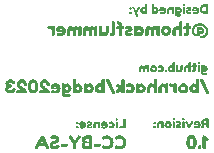
<source format=gbo>
%TF.GenerationSoftware,KiCad,Pcbnew,7.0.1-0*%
%TF.CreationDate,2023-06-23T16:28:58+02:00*%
%TF.ProjectId,io_expander,696f5f65-7870-4616-9e64-65722e6b6963,1.0*%
%TF.SameCoordinates,PX3c8eee0PY3c8eee0*%
%TF.FileFunction,Legend,Bot*%
%TF.FilePolarity,Positive*%
%FSLAX46Y46*%
G04 Gerber Fmt 4.6, Leading zero omitted, Abs format (unit mm)*
G04 Created by KiCad (PCBNEW 7.0.1-0) date 2023-06-23 16:28:58*
%MOMM*%
%LPD*%
G01*
G04 APERTURE LIST*
%ADD10C,0.700000*%
%ADD11C,4.400000*%
G04 APERTURE END LIST*
%TO.C,kibuzzard-6495A90E*%
G36*
X44315800Y-21175663D02*
G01*
X44214398Y-21165344D01*
X44126094Y-21134388D01*
X44053267Y-21087556D01*
X43998300Y-21029613D01*
X43944127Y-20938034D01*
X43905431Y-20831572D01*
X43882214Y-20710227D01*
X43874926Y-20581938D01*
X44155462Y-20581938D01*
X44165682Y-20718066D01*
X44196341Y-20815300D01*
X44247438Y-20873641D01*
X44318975Y-20893088D01*
X44389123Y-20873095D01*
X44439228Y-20813117D01*
X44469291Y-20713154D01*
X44479313Y-20573206D01*
X44469192Y-20433258D01*
X44438831Y-20333295D01*
X44388230Y-20273318D01*
X44317387Y-20253325D01*
X44246545Y-20273268D01*
X44195944Y-20333097D01*
X44165583Y-20432812D01*
X44155462Y-20572413D01*
X44155462Y-20581938D01*
X43874926Y-20581938D01*
X43874475Y-20574000D01*
X43879767Y-20469049D01*
X43895642Y-20367978D01*
X43922100Y-20270788D01*
X43955239Y-20190619D01*
X43997506Y-20121563D01*
X44053069Y-20063222D01*
X44126094Y-20015200D01*
X44214795Y-19983053D01*
X44317387Y-19972337D01*
X44420377Y-19983252D01*
X44510269Y-20015994D01*
X44584286Y-20064809D01*
X44639650Y-20123944D01*
X44683505Y-20200342D01*
X44722994Y-20300950D01*
X44743719Y-20381207D01*
X44756155Y-20471694D01*
X44760300Y-20572413D01*
X44755185Y-20683714D01*
X44739839Y-20786901D01*
X44714263Y-20881975D01*
X44679933Y-20961747D01*
X44637269Y-21029613D01*
X44581309Y-21086564D01*
X44507094Y-21133594D01*
X44417598Y-21165145D01*
X44318975Y-21175334D01*
X44315800Y-21175663D01*
G37*
G36*
X45476263Y-20029487D02*
G01*
X45481025Y-20032663D01*
X45741375Y-20267613D01*
X45798525Y-20361275D01*
X45748519Y-20459700D01*
X45652475Y-20515263D01*
X45541350Y-20466050D01*
X45520713Y-20447000D01*
X45520713Y-21013738D01*
X45518331Y-21071681D01*
X45503250Y-21115338D01*
X45460784Y-21146294D01*
X45381013Y-21156613D01*
X45299256Y-21145897D01*
X45257188Y-21113750D01*
X45242106Y-21071681D01*
X45239725Y-21016913D01*
X45239725Y-20132675D01*
X45247663Y-20048537D01*
X45269888Y-20014406D01*
X45311163Y-19996150D01*
X45386569Y-19988213D01*
X45476263Y-20029487D01*
G37*
G36*
X45077205Y-20870069D02*
G01*
X45119075Y-20905788D01*
X45134156Y-20948650D01*
X45136537Y-21004213D01*
X45136537Y-21010563D01*
X45105581Y-21124863D01*
X45058353Y-21147484D01*
X44978581Y-21155025D01*
X44900595Y-21143516D01*
X44858725Y-21108988D01*
X44842056Y-21065331D01*
X44839675Y-21008975D01*
X44839675Y-21002625D01*
X44866662Y-20891500D01*
X44918058Y-20866497D01*
X44999219Y-20858163D01*
X45077205Y-20870069D01*
G37*
%TO.C,kibuzzard-645C1150*%
G36*
X41274341Y-18855096D02*
G01*
X41291843Y-18884544D01*
X41297678Y-18937329D01*
X41292260Y-18989419D01*
X41276008Y-19021228D01*
X41242948Y-19037480D01*
X41187108Y-19042897D01*
X41132518Y-19034841D01*
X41103209Y-19010671D01*
X41091541Y-18980112D01*
X41088762Y-18940662D01*
X41110432Y-18857319D01*
X41189331Y-18835094D01*
X41274341Y-18855096D01*
G37*
G36*
X41274341Y-19209585D02*
G01*
X41291843Y-19239033D01*
X41297678Y-19291818D01*
X41292260Y-19343907D01*
X41276008Y-19375717D01*
X41242948Y-19391969D01*
X41187108Y-19397386D01*
X41132518Y-19389330D01*
X41103209Y-19365160D01*
X41091541Y-19334601D01*
X41088762Y-19295151D01*
X41094180Y-19243061D01*
X41110432Y-19211252D01*
X41189331Y-19189583D01*
X41274341Y-19209585D01*
G37*
G36*
X43690754Y-18544780D02*
G01*
X43720203Y-18567282D01*
X43729648Y-18595619D01*
X43731315Y-18633958D01*
X43729648Y-18672296D01*
X43719647Y-18701744D01*
X43690199Y-18725080D01*
X43634081Y-18731747D01*
X43577963Y-18725080D01*
X43548514Y-18702299D01*
X43538513Y-18673407D01*
X43536846Y-18635069D01*
X43538513Y-18596731D01*
X43549070Y-18567282D01*
X43577407Y-18544780D01*
X43633525Y-18537279D01*
X43690754Y-18544780D01*
G37*
G36*
X42863984Y-18544780D02*
G01*
X42893433Y-18567282D01*
X42902878Y-18595619D01*
X42904545Y-18633958D01*
X42902878Y-18672296D01*
X42892877Y-18701744D01*
X42863429Y-18725080D01*
X42807311Y-18731747D01*
X42751193Y-18725080D01*
X42721744Y-18702299D01*
X42711743Y-18673407D01*
X42710076Y-18635069D01*
X42711743Y-18596731D01*
X42722300Y-18567282D01*
X42750637Y-18544780D01*
X42806755Y-18537279D01*
X42863984Y-18544780D01*
G37*
G36*
X43690754Y-18818981D02*
G01*
X43720203Y-18840650D01*
X43729648Y-18870098D01*
X43731315Y-18908436D01*
X43731315Y-19298485D01*
X43729648Y-19337379D01*
X43720203Y-19366271D01*
X43691032Y-19388774D01*
X43634636Y-19396275D01*
X43577685Y-19389052D01*
X43549070Y-19367383D01*
X43538513Y-19337934D01*
X43536846Y-19299596D01*
X43536846Y-18910659D01*
X43537958Y-18878432D01*
X43557960Y-18830649D01*
X43633525Y-18811757D01*
X43690754Y-18818981D01*
G37*
G36*
X42863984Y-18818981D02*
G01*
X42893433Y-18840650D01*
X42902878Y-18870098D01*
X42904545Y-18908436D01*
X42904545Y-19298485D01*
X42902878Y-19337379D01*
X42893433Y-19366271D01*
X42864262Y-19388774D01*
X42807866Y-19396275D01*
X42750915Y-19389052D01*
X42722300Y-19367383D01*
X42711743Y-19337934D01*
X42710076Y-19299596D01*
X42710076Y-18910659D01*
X42711188Y-18878432D01*
X42731190Y-18830649D01*
X42806755Y-18811757D01*
X42863984Y-18818981D01*
G37*
G36*
X44410289Y-18823981D02*
G01*
X44453628Y-18859819D01*
X44468074Y-18898435D01*
X44445849Y-18958442D01*
X44214709Y-19354048D01*
X44204707Y-19366271D01*
X44174148Y-19390163D01*
X44128587Y-19401831D01*
X44080247Y-19386829D01*
X44044688Y-19352936D01*
X43814659Y-18958442D01*
X43792434Y-18897324D01*
X43806880Y-18859541D01*
X43850219Y-18823981D01*
X43911338Y-18800645D01*
X43946898Y-18810091D01*
X43966344Y-18828982D01*
X43984680Y-18859541D01*
X44130254Y-19139576D01*
X44275828Y-18859541D01*
X44305276Y-18814536D01*
X44343614Y-18799534D01*
X44410289Y-18823981D01*
G37*
G36*
X42332251Y-19406276D02*
G01*
X42260159Y-19397803D01*
X42190567Y-19372383D01*
X42127365Y-19329044D01*
X42074441Y-19266814D01*
X42038603Y-19189999D01*
X42026658Y-19102905D01*
X42026930Y-19100682D01*
X42223349Y-19100682D01*
X42232517Y-19148466D01*
X42260020Y-19182915D01*
X42333362Y-19210696D01*
X42405594Y-19183471D01*
X42432264Y-19149578D01*
X42441154Y-19102349D01*
X42432542Y-19054982D01*
X42406705Y-19020672D01*
X42332251Y-18992891D01*
X42257798Y-19019561D01*
X42231961Y-19053177D01*
X42223349Y-19100682D01*
X42026930Y-19100682D01*
X42036906Y-19019253D01*
X42067650Y-18946095D01*
X42118891Y-18883433D01*
X42183467Y-18835588D01*
X42254217Y-18806880D01*
X42331140Y-18797311D01*
X42408187Y-18806942D01*
X42479307Y-18835835D01*
X42544500Y-18883989D01*
X42596358Y-18946960D01*
X42627473Y-19020302D01*
X42637845Y-19104016D01*
X42626038Y-19188332D01*
X42590617Y-19263481D01*
X42537971Y-19325433D01*
X42474491Y-19370161D01*
X42404483Y-19397247D01*
X42333362Y-19406137D01*
X42332251Y-19406276D01*
G37*
G36*
X41913032Y-18817592D02*
G01*
X41942202Y-18838427D01*
X41952759Y-18866764D01*
X41954426Y-18903991D01*
X41954426Y-19297374D01*
X41952759Y-19335712D01*
X41943314Y-19365160D01*
X41914143Y-19387663D01*
X41857747Y-19395164D01*
X41800796Y-19387663D01*
X41772181Y-19365160D01*
X41761624Y-19336823D01*
X41759957Y-19298485D01*
X41759957Y-19101794D01*
X41732732Y-19031785D01*
X41661612Y-19005115D01*
X41591603Y-19030674D01*
X41565489Y-19101794D01*
X41565489Y-19297374D01*
X41558821Y-19354048D01*
X41529929Y-19384885D01*
X41467699Y-19395164D01*
X41410469Y-19387663D01*
X41381021Y-19365160D01*
X41371576Y-19336823D01*
X41369909Y-19298485D01*
X41369909Y-19102905D01*
X41378120Y-19025550D01*
X41402752Y-18956467D01*
X41443807Y-18895657D01*
X41497209Y-18848429D01*
X41558883Y-18820092D01*
X41628830Y-18810646D01*
X41712174Y-18836205D01*
X41742177Y-18859541D01*
X41762180Y-18881766D01*
X41773292Y-18836205D01*
X41801907Y-18817036D01*
X41856636Y-18810646D01*
X41913032Y-18817592D01*
G37*
G36*
X44621426Y-19167358D02*
G01*
X44546417Y-19134576D01*
X44520997Y-19092904D01*
X44512524Y-19033452D01*
X44512923Y-19030674D01*
X44704770Y-19030674D01*
X44746998Y-19066234D01*
X44887015Y-19066234D01*
X44851455Y-19003448D01*
X44779779Y-18974000D01*
X44724217Y-18989557D01*
X44704770Y-19030674D01*
X44512923Y-19030674D01*
X44521969Y-18967749D01*
X44550306Y-18907325D01*
X44591561Y-18859680D01*
X44643096Y-18825648D01*
X44704909Y-18805229D01*
X44777001Y-18798422D01*
X44862382Y-18807745D01*
X44937762Y-18835711D01*
X45003141Y-18882322D01*
X45053456Y-18944490D01*
X45083645Y-19019129D01*
X45093708Y-19106239D01*
X45085929Y-19177976D01*
X45062592Y-19245022D01*
X45023699Y-19307375D01*
X44981055Y-19349464D01*
X44924242Y-19382384D01*
X44855761Y-19403637D01*
X44778113Y-19410721D01*
X44674558Y-19404540D01*
X44600590Y-19385996D01*
X44556210Y-19355089D01*
X44541416Y-19311820D01*
X44555863Y-19260702D01*
X44616981Y-19210696D01*
X44661431Y-19222920D01*
X44673655Y-19227365D01*
X44717272Y-19237366D01*
X44774779Y-19240700D01*
X44848121Y-19219586D01*
X44884793Y-19167358D01*
X44746998Y-19167358D01*
X44621426Y-19167358D01*
G37*
G36*
X43290282Y-18806557D02*
G01*
X43357802Y-18827626D01*
X43406030Y-18862742D01*
X43434967Y-18911903D01*
X43444613Y-18975111D01*
X43439334Y-19029979D01*
X43423499Y-19076791D01*
X43370159Y-19139576D01*
X43300983Y-19173747D01*
X43231253Y-19191805D01*
X43175412Y-19204584D01*
X43156799Y-19222920D01*
X43173745Y-19242923D01*
X43224585Y-19249590D01*
X43309040Y-19222364D01*
X43382938Y-19195139D01*
X43422388Y-19214030D01*
X43454058Y-19265425D01*
X43464615Y-19301819D01*
X43443501Y-19344046D01*
X43376641Y-19378618D01*
X43307929Y-19399362D01*
X43237364Y-19406276D01*
X43169887Y-19402449D01*
X43110435Y-19390966D01*
X43059009Y-19371828D01*
X42998446Y-19311264D01*
X42982194Y-19266398D01*
X42976776Y-19212919D01*
X42982194Y-19159995D01*
X42998446Y-19116796D01*
X43052341Y-19062900D01*
X43122350Y-19035119D01*
X43194581Y-19020672D01*
X43251255Y-19004837D01*
X43270146Y-18977334D01*
X43204583Y-18952886D01*
X43126239Y-18969555D01*
X43076789Y-18986224D01*
X43026783Y-18947330D01*
X43002335Y-18881766D01*
X43041229Y-18837316D01*
X43123461Y-18808979D01*
X43203471Y-18799534D01*
X43290282Y-18806557D01*
G37*
G36*
X45441529Y-19171803D02*
G01*
X45407080Y-19169580D01*
X45363865Y-19271938D01*
X45334972Y-19338984D01*
X45320403Y-19370716D01*
X45299844Y-19392386D01*
X45264284Y-19402942D01*
X45207055Y-19387385D01*
X45155382Y-19355159D01*
X45138158Y-19316265D01*
X45154826Y-19258480D01*
X45185941Y-19187730D01*
X45211130Y-19129575D01*
X45230391Y-19084014D01*
X45184089Y-19024994D01*
X45156308Y-18956097D01*
X45147048Y-18877321D01*
X45342628Y-18877321D01*
X45374854Y-18950664D01*
X45439306Y-18975111D01*
X45581546Y-18975111D01*
X45581546Y-18778420D01*
X45441529Y-18778420D01*
X45374854Y-18803423D01*
X45342628Y-18877321D01*
X45147048Y-18877321D01*
X45154271Y-18808424D01*
X45175940Y-18746194D01*
X45208722Y-18693409D01*
X45249283Y-18652849D01*
X45311389Y-18613338D01*
X45374730Y-18589631D01*
X45439306Y-18581729D01*
X45679336Y-18581729D01*
X45736566Y-18589230D01*
X45766014Y-18611732D01*
X45776571Y-18641181D01*
X45778238Y-18679519D01*
X45778238Y-19296262D01*
X45771570Y-19354048D01*
X45742122Y-19384885D01*
X45680448Y-19395164D01*
X45623218Y-19387663D01*
X45593770Y-19365160D01*
X45583213Y-19335712D01*
X45581546Y-19297374D01*
X45581546Y-19171803D01*
X45441529Y-19171803D01*
G37*
%TO.C,kibuzzard-645C104C*%
G36*
X37776613Y-10358372D02*
G01*
X37818681Y-10390519D01*
X37832175Y-10432588D01*
X37834556Y-10487356D01*
X37834556Y-11243006D01*
X37823444Y-11389850D01*
X37790106Y-11490656D01*
X37732163Y-11543441D01*
X37631356Y-11571619D01*
X37504356Y-11578763D01*
X37434506Y-11562094D01*
X37410694Y-11520422D01*
X37402756Y-11439856D01*
X37434506Y-11327144D01*
X37461494Y-11313650D01*
X37505150Y-11311269D01*
X37547219Y-11296188D01*
X37556744Y-11223956D01*
X37556744Y-10488944D01*
X37559125Y-10433381D01*
X37574206Y-10390519D01*
X37616275Y-10358372D01*
X37694856Y-10347656D01*
X37776613Y-10358372D01*
G37*
G36*
X32378319Y-10760406D02*
G01*
X32442612Y-10803269D01*
X32465631Y-10830256D01*
X32483094Y-10777869D01*
X32524766Y-10750484D01*
X32602156Y-10741356D01*
X32683912Y-10752072D01*
X32725981Y-10784219D01*
X32739475Y-10824700D01*
X32741856Y-10879469D01*
X32741856Y-11436681D01*
X32741856Y-11482719D01*
X32713281Y-11550981D01*
X32603744Y-11577969D01*
X32522781Y-11567650D01*
X32479919Y-11536694D01*
X32464837Y-11494625D01*
X32462456Y-11439856D01*
X32462456Y-11106481D01*
X32425150Y-11033456D01*
X32344981Y-11003294D01*
X32275925Y-11015994D01*
X32221156Y-11028694D01*
X32133844Y-10968369D01*
X32103681Y-10857244D01*
X32123525Y-10783425D01*
X32173531Y-10750881D01*
X32229094Y-10737388D01*
X32291800Y-10733419D01*
X32378319Y-10760406D01*
G37*
G36*
X38204267Y-10358681D02*
G01*
X38288405Y-10391753D01*
X38355256Y-10446875D01*
X38420741Y-10551848D01*
X38442569Y-10668331D01*
X38442569Y-10752469D01*
X38494956Y-10752469D01*
X38565203Y-10785013D01*
X38588619Y-10882644D01*
X38558456Y-10998531D01*
X38499719Y-11017581D01*
X38442569Y-11017581D01*
X38442569Y-11438269D01*
X38440188Y-11493831D01*
X38425106Y-11535900D01*
X38383038Y-11569238D01*
X38304456Y-11579556D01*
X38224288Y-11570031D01*
X38178250Y-11531138D01*
X38163169Y-11441444D01*
X38163169Y-11015994D01*
X38061569Y-11022344D01*
X37964731Y-11003294D01*
X37932188Y-10961225D01*
X37921869Y-10882644D01*
X37931394Y-10803269D01*
X37973066Y-10758025D01*
X38059981Y-10742944D01*
X38163169Y-10752469D01*
X38163169Y-10665156D01*
X38104431Y-10625469D01*
X38059981Y-10625469D01*
X37990131Y-10596894D01*
X37963144Y-10487356D01*
X37973859Y-10405997D01*
X38006006Y-10365119D01*
X38048075Y-10350038D01*
X38102844Y-10347656D01*
X38204267Y-10358681D01*
G37*
G36*
X42162081Y-11592256D02*
G01*
X42059092Y-11580152D01*
X41959675Y-11543838D01*
X41869386Y-11481925D01*
X41793781Y-11393025D01*
X41742584Y-11283289D01*
X41725519Y-11158869D01*
X41725908Y-11155694D01*
X42006506Y-11155694D01*
X42019603Y-11223956D01*
X42058894Y-11273169D01*
X42163669Y-11312856D01*
X42266856Y-11273963D01*
X42304956Y-11225544D01*
X42317656Y-11158075D01*
X42305353Y-11090408D01*
X42268444Y-11041394D01*
X42162081Y-11001706D01*
X42055719Y-11039806D01*
X42018809Y-11087828D01*
X42006506Y-11155694D01*
X41725908Y-11155694D01*
X41740159Y-11039365D01*
X41784080Y-10934855D01*
X41857281Y-10845338D01*
X41949533Y-10776987D01*
X42050603Y-10735976D01*
X42160494Y-10722306D01*
X42270560Y-10736065D01*
X42372160Y-10777340D01*
X42465294Y-10846131D01*
X42539377Y-10936090D01*
X42583827Y-11040865D01*
X42598644Y-11160456D01*
X42581777Y-11280908D01*
X42531175Y-11388263D01*
X42455967Y-11476766D01*
X42365281Y-11540663D01*
X42265269Y-11579358D01*
X42163669Y-11592058D01*
X42162081Y-11592256D01*
G37*
G36*
X37257500Y-10750484D02*
G01*
X37299569Y-10782631D01*
X37313063Y-10823906D01*
X37315444Y-10879469D01*
X37315444Y-11157281D01*
X37303714Y-11267789D01*
X37268524Y-11366478D01*
X37209875Y-11453350D01*
X37133410Y-11520819D01*
X37044775Y-11561300D01*
X36943969Y-11574794D01*
X36826494Y-11539869D01*
X36783631Y-11504944D01*
X36755056Y-11473194D01*
X36739181Y-11538281D01*
X36698303Y-11566856D01*
X36620119Y-11576381D01*
X36540347Y-11566063D01*
X36497881Y-11535106D01*
X36482800Y-11494625D01*
X36480419Y-11441444D01*
X36480419Y-10879469D01*
X36482800Y-10824700D01*
X36496294Y-10782631D01*
X36537966Y-10750484D01*
X36618531Y-10739769D01*
X36699891Y-10750088D01*
X36740769Y-10781044D01*
X36755850Y-10823113D01*
X36758231Y-10877881D01*
X36758231Y-11158869D01*
X36797125Y-11258881D01*
X36898725Y-11296981D01*
X36998738Y-11260469D01*
X37036044Y-11158869D01*
X37036044Y-10881056D01*
X37045569Y-10800094D01*
X37087638Y-10754850D01*
X37175744Y-10739769D01*
X37257500Y-10750484D01*
G37*
G36*
X43477325Y-10361547D02*
G01*
X43519394Y-10393694D01*
X43532888Y-10434175D01*
X43535269Y-10488944D01*
X43535269Y-11438269D01*
X43532888Y-11493831D01*
X43519394Y-11535106D01*
X43477722Y-11567253D01*
X43397156Y-11577969D01*
X43315797Y-11567650D01*
X43274919Y-11536694D01*
X43259838Y-11494625D01*
X43257456Y-11439856D01*
X43257456Y-11131881D01*
X43208244Y-11054888D01*
X43109025Y-11020756D01*
X43016156Y-11057269D01*
X42979644Y-11158869D01*
X42979644Y-11436681D01*
X42977263Y-11493831D01*
X42962181Y-11536694D01*
X42920113Y-11567650D01*
X42841531Y-11577969D01*
X42760172Y-11567650D01*
X42719294Y-11536694D01*
X42704213Y-11494625D01*
X42701831Y-11439856D01*
X42701831Y-11160456D01*
X42713561Y-11050037D01*
X42748751Y-10951612D01*
X42807400Y-10865181D01*
X42883688Y-10798153D01*
X42971794Y-10757937D01*
X43071719Y-10744531D01*
X43171334Y-10768741D01*
X43257456Y-10841369D01*
X43257456Y-10490531D01*
X43259838Y-10435763D01*
X43274919Y-10393694D01*
X43315400Y-10361547D01*
X43395569Y-10350831D01*
X43477325Y-10361547D01*
G37*
G36*
X39805239Y-11553759D02*
G01*
X39726856Y-11490656D01*
X39692725Y-11553363D01*
X39576838Y-11574794D01*
X39506392Y-11564475D01*
X39468094Y-11533519D01*
X39454600Y-11491450D01*
X39452219Y-11436681D01*
X39452219Y-11159663D01*
X39739556Y-11159663D01*
X39778450Y-11254119D01*
X39876081Y-11296981D01*
X39976094Y-11254913D01*
X40017369Y-11160456D01*
X39978475Y-11063619D01*
X39876875Y-11019169D01*
X39776863Y-11063619D01*
X39739556Y-11159663D01*
X39452219Y-11159663D01*
X39452219Y-10881056D01*
X39454600Y-10826288D01*
X39468888Y-10784219D01*
X39510956Y-10750881D01*
X39603031Y-10741356D01*
X39692328Y-10763581D01*
X39728444Y-10830256D01*
X39757019Y-10797713D01*
X39818931Y-10761994D01*
X39917356Y-10742944D01*
X40008990Y-10756790D01*
X40095509Y-10798330D01*
X40176913Y-10867563D01*
X40242617Y-10955228D01*
X40282040Y-11052065D01*
X40295181Y-11158075D01*
X40282128Y-11264173D01*
X40242970Y-11361275D01*
X40177706Y-11449381D01*
X40097185Y-11519055D01*
X40012253Y-11560859D01*
X39922913Y-11574794D01*
X39876081Y-11566423D01*
X39805239Y-11553759D01*
G37*
G36*
X44083353Y-10465528D02*
G01*
X44124231Y-10495294D01*
X44139313Y-10533394D01*
X44141694Y-10587369D01*
X44141694Y-10750881D01*
X44194081Y-10744531D01*
X44257581Y-10765169D01*
X44279806Y-10807238D01*
X44287744Y-10901694D01*
X44264725Y-10993769D01*
X44206781Y-11020756D01*
X44141694Y-11015994D01*
X44141694Y-11250944D01*
X44132169Y-11358012D01*
X44103594Y-11442149D01*
X44055969Y-11503356D01*
X43989999Y-11544808D01*
X43906391Y-11569678D01*
X43805144Y-11577969D01*
X43751963Y-11575588D01*
X43709894Y-11562094D01*
X43676556Y-11520422D01*
X43665444Y-11439856D01*
X43701956Y-11333494D01*
X43744025Y-11318413D01*
X43801175Y-11316031D01*
X43851975Y-11296981D01*
X43865469Y-11235069D01*
X43865469Y-11015994D01*
X43762281Y-11022344D01*
X43707513Y-11019963D01*
X43665444Y-11006469D01*
X43633297Y-10964797D01*
X43622581Y-10884231D01*
X43632900Y-10802872D01*
X43663856Y-10761994D01*
X43705925Y-10746913D01*
X43759900Y-10744531D01*
X43865469Y-10750881D01*
X43865469Y-10595306D01*
X43873406Y-10514344D01*
X43915872Y-10470291D01*
X44001994Y-10455606D01*
X44083353Y-10465528D01*
G37*
G36*
X39099984Y-10735514D02*
G01*
X39196441Y-10765613D01*
X39265338Y-10815778D01*
X39306677Y-10886009D01*
X39320456Y-10976306D01*
X39312916Y-11054689D01*
X39290294Y-11121563D01*
X39214094Y-11211256D01*
X39115272Y-11260072D01*
X39015656Y-11285869D01*
X38935884Y-11304125D01*
X38909294Y-11330319D01*
X38933503Y-11358894D01*
X39006131Y-11368419D01*
X39126781Y-11329525D01*
X39232350Y-11290631D01*
X39288706Y-11317619D01*
X39333950Y-11391041D01*
X39349031Y-11443031D01*
X39318869Y-11503356D01*
X39223354Y-11552745D01*
X39125194Y-11582378D01*
X39024388Y-11592256D01*
X38927991Y-11586788D01*
X38843060Y-11570384D01*
X38769594Y-11543044D01*
X38683075Y-11456525D01*
X38659858Y-11392430D01*
X38652119Y-11316031D01*
X38659858Y-11240427D01*
X38683075Y-11178713D01*
X38760069Y-11101719D01*
X38860081Y-11062031D01*
X38963269Y-11041394D01*
X39044231Y-11018772D01*
X39071219Y-10979481D01*
X38977556Y-10944556D01*
X38865638Y-10968369D01*
X38794994Y-10992181D01*
X38723556Y-10936619D01*
X38688631Y-10842956D01*
X38744194Y-10779456D01*
X38861669Y-10738975D01*
X38975969Y-10725481D01*
X39099984Y-10735514D01*
G37*
G36*
X33000619Y-11250944D02*
G01*
X32893462Y-11204113D01*
X32857148Y-11144581D01*
X32845044Y-11059650D01*
X32845615Y-11055681D01*
X33119681Y-11055681D01*
X33180006Y-11106481D01*
X33380031Y-11106481D01*
X33329231Y-11016788D01*
X33226837Y-10974719D01*
X33147462Y-10996944D01*
X33119681Y-11055681D01*
X32845615Y-11055681D01*
X32858538Y-10965789D01*
X32899019Y-10879469D01*
X32957955Y-10811405D01*
X33031575Y-10762787D01*
X33119880Y-10733617D01*
X33222869Y-10723894D01*
X33344842Y-10737211D01*
X33452527Y-10777163D01*
X33545925Y-10843750D01*
X33617803Y-10932562D01*
X33660931Y-11039189D01*
X33675306Y-11163631D01*
X33664194Y-11266113D01*
X33630856Y-11361892D01*
X33575294Y-11450969D01*
X33514373Y-11511095D01*
X33433213Y-11558125D01*
X33335383Y-11588486D01*
X33224456Y-11598606D01*
X33076521Y-11589776D01*
X32970853Y-11563284D01*
X32907452Y-11519132D01*
X32886319Y-11457319D01*
X32906956Y-11384294D01*
X32994269Y-11312856D01*
X33057769Y-11330319D01*
X33075231Y-11336669D01*
X33137541Y-11350956D01*
X33219694Y-11355719D01*
X33324469Y-11325556D01*
X33376856Y-11250944D01*
X33180006Y-11250944D01*
X33000619Y-11250944D01*
G37*
G36*
X41267128Y-10767947D02*
G01*
X41349281Y-10852481D01*
X41376269Y-10769931D01*
X41492156Y-10741356D01*
X41564784Y-10752072D01*
X41604869Y-10784219D01*
X41619950Y-10824700D01*
X41622331Y-10879469D01*
X41622331Y-11438269D01*
X41619950Y-11493831D01*
X41606456Y-11535106D01*
X41564784Y-11567253D01*
X41484219Y-11577969D01*
X41403256Y-11567650D01*
X41360394Y-11536694D01*
X41345313Y-11494625D01*
X41342931Y-11439856D01*
X41342931Y-11158869D01*
X41319119Y-11055284D01*
X41247681Y-11020756D01*
X41173863Y-11055284D01*
X41149256Y-11158869D01*
X41149256Y-11436681D01*
X41146875Y-11491450D01*
X41133381Y-11533519D01*
X41091709Y-11566856D01*
X41011144Y-11577969D01*
X40929388Y-11567253D01*
X40887319Y-11535106D01*
X40872238Y-11493831D01*
X40869856Y-11438269D01*
X40869856Y-11160456D01*
X40850013Y-11057269D01*
X40774606Y-11020756D01*
X40700788Y-11055284D01*
X40676181Y-11158869D01*
X40676181Y-11436681D01*
X40673800Y-11491450D01*
X40660306Y-11533519D01*
X40618634Y-11566856D01*
X40538069Y-11577969D01*
X40456709Y-11567253D01*
X40415831Y-11535106D01*
X40400750Y-11493038D01*
X40398369Y-11438269D01*
X40398369Y-11160456D01*
X40407894Y-11024372D01*
X40436469Y-10916687D01*
X40484094Y-10837400D01*
X40580138Y-10764177D01*
X40696819Y-10739769D01*
X40807944Y-10770725D01*
X40886525Y-10827875D01*
X40928594Y-10877881D01*
X40990683Y-10801152D01*
X41071116Y-10755115D01*
X41169894Y-10739769D01*
X41267128Y-10767947D01*
G37*
G36*
X35998216Y-10767947D02*
G01*
X36080369Y-10852481D01*
X36107356Y-10769931D01*
X36223244Y-10741356D01*
X36295872Y-10752072D01*
X36335956Y-10784219D01*
X36351037Y-10824700D01*
X36353419Y-10879469D01*
X36353419Y-11438269D01*
X36351037Y-11493831D01*
X36337544Y-11535106D01*
X36295872Y-11567253D01*
X36215306Y-11577969D01*
X36134344Y-11567650D01*
X36091481Y-11536694D01*
X36076400Y-11494625D01*
X36074019Y-11439856D01*
X36074019Y-11158869D01*
X36050206Y-11055284D01*
X35978769Y-11020756D01*
X35904950Y-11055284D01*
X35880344Y-11158869D01*
X35880344Y-11436681D01*
X35877963Y-11491450D01*
X35864469Y-11533519D01*
X35822797Y-11566856D01*
X35742231Y-11577969D01*
X35660475Y-11567253D01*
X35618406Y-11535106D01*
X35603325Y-11493831D01*
X35600944Y-11438269D01*
X35600944Y-11160456D01*
X35581100Y-11057269D01*
X35505694Y-11020756D01*
X35431875Y-11055284D01*
X35407269Y-11158869D01*
X35407269Y-11436681D01*
X35404887Y-11491450D01*
X35391394Y-11533519D01*
X35349722Y-11566856D01*
X35269156Y-11577969D01*
X35187797Y-11567253D01*
X35146919Y-11535106D01*
X35131838Y-11493038D01*
X35129456Y-11438269D01*
X35129456Y-11160456D01*
X35138981Y-11024372D01*
X35167556Y-10916687D01*
X35215181Y-10837400D01*
X35311225Y-10764177D01*
X35427906Y-10739769D01*
X35539031Y-10770725D01*
X35617613Y-10827875D01*
X35659681Y-10877881D01*
X35721770Y-10801152D01*
X35802203Y-10755115D01*
X35900981Y-10739769D01*
X35998216Y-10767947D01*
G37*
G36*
X34647253Y-10767947D02*
G01*
X34729406Y-10852481D01*
X34756394Y-10769931D01*
X34872281Y-10741356D01*
X34944909Y-10752072D01*
X34984994Y-10784219D01*
X35000075Y-10824700D01*
X35002456Y-10879469D01*
X35002456Y-11438269D01*
X35000075Y-11493831D01*
X34986581Y-11535106D01*
X34944909Y-11567253D01*
X34864344Y-11577969D01*
X34783381Y-11567650D01*
X34740519Y-11536694D01*
X34725437Y-11494625D01*
X34723056Y-11439856D01*
X34723056Y-11158869D01*
X34699244Y-11055284D01*
X34627806Y-11020756D01*
X34553988Y-11055284D01*
X34529381Y-11158869D01*
X34529381Y-11436681D01*
X34527000Y-11491450D01*
X34513506Y-11533519D01*
X34471834Y-11566856D01*
X34391269Y-11577969D01*
X34309512Y-11567253D01*
X34267444Y-11535106D01*
X34252362Y-11493831D01*
X34249981Y-11438269D01*
X34249981Y-11160456D01*
X34230137Y-11057269D01*
X34154731Y-11020756D01*
X34080912Y-11055284D01*
X34056306Y-11158869D01*
X34056306Y-11436681D01*
X34053925Y-11491450D01*
X34040431Y-11533519D01*
X33998759Y-11566856D01*
X33918194Y-11577969D01*
X33836834Y-11567253D01*
X33795956Y-11535106D01*
X33780875Y-11493038D01*
X33778494Y-11438269D01*
X33778494Y-11160456D01*
X33788019Y-11024372D01*
X33816594Y-10916687D01*
X33864219Y-10837400D01*
X33960262Y-10764177D01*
X34076944Y-10739769D01*
X34188069Y-10770725D01*
X34266650Y-10827875D01*
X34308719Y-10877881D01*
X34370808Y-10801152D01*
X34451241Y-10755115D01*
X34550019Y-10739769D01*
X34647253Y-10767947D01*
G37*
G36*
X45069191Y-11411281D02*
G01*
X45006881Y-11368419D01*
X45010056Y-11406519D01*
X44992594Y-11504547D01*
X44940206Y-11579556D01*
X44861625Y-11627181D01*
X44765581Y-11643056D01*
X44667862Y-11630003D01*
X44575787Y-11590845D01*
X44489356Y-11525581D01*
X44433397Y-11458708D01*
X44389344Y-11372388D01*
X44360769Y-11265628D01*
X44351244Y-11137438D01*
X44357506Y-11046421D01*
X44376291Y-10958579D01*
X44407600Y-10873913D01*
X44474473Y-10761200D01*
X44562381Y-10672300D01*
X44667752Y-10604831D01*
X44787013Y-10556412D01*
X44875031Y-10534805D01*
X44970810Y-10521840D01*
X45074350Y-10517519D01*
X45180183Y-10525544D01*
X45282842Y-10549622D01*
X45382325Y-10589750D01*
X45474135Y-10646194D01*
X45553775Y-10719219D01*
X45621244Y-10808825D01*
X45672397Y-10911924D01*
X45703088Y-11025431D01*
X45713319Y-11149344D01*
X45703198Y-11287208D01*
X45672838Y-11410289D01*
X45622236Y-11518586D01*
X45551394Y-11612100D01*
X45463089Y-11687457D01*
X45360100Y-11741283D01*
X45242427Y-11773579D01*
X45110069Y-11784344D01*
X45041806Y-11771644D01*
X45017200Y-11742275D01*
X45010056Y-11671631D01*
X45025138Y-11604163D01*
X45078319Y-11585906D01*
X45108481Y-11585906D01*
X45235040Y-11572677D01*
X45337434Y-11532990D01*
X45415663Y-11466844D01*
X45470784Y-11378473D01*
X45503857Y-11272110D01*
X45514881Y-11147756D01*
X45500682Y-11023667D01*
X45458084Y-10918098D01*
X45387088Y-10831050D01*
X45293249Y-10766227D01*
X45182124Y-10727333D01*
X45053713Y-10714369D01*
X44923273Y-10725305D01*
X44806063Y-10758113D01*
X44702081Y-10812794D01*
X44638184Y-10870738D01*
X44589369Y-10946144D01*
X44558413Y-11040997D01*
X44548094Y-11157281D01*
X44562381Y-11271581D01*
X44605244Y-11360481D01*
X44660013Y-11412075D01*
X44714781Y-11438269D01*
X44763994Y-11444619D01*
X44801300Y-11437475D01*
X44813206Y-11411281D01*
X44802094Y-11327144D01*
X44775106Y-11123944D01*
X44981481Y-11123944D01*
X45018788Y-11193000D01*
X45092606Y-11223956D01*
X45159281Y-11197763D01*
X45184681Y-11135056D01*
X45184681Y-11123944D01*
X45148169Y-11053300D01*
X45071969Y-11022344D01*
X45004500Y-11050125D01*
X44981481Y-11114419D01*
X44981481Y-11123944D01*
X44775106Y-11123944D01*
X44748119Y-10920744D01*
X44744944Y-10873913D01*
X44764788Y-10835813D01*
X44837813Y-10819144D01*
X44914013Y-10835813D01*
X44944969Y-10884231D01*
X44997952Y-10836606D01*
X45080700Y-10820731D01*
X45180117Y-10845139D01*
X45283106Y-10918363D01*
X45341315Y-10988301D01*
X45376240Y-11067940D01*
X45387881Y-11157281D01*
X45369823Y-11260270D01*
X45315650Y-11346988D01*
X45238458Y-11405923D01*
X45151344Y-11425569D01*
X45092606Y-11415354D01*
X45069191Y-11411281D01*
G37*
%TO.C,kibuzzard-64946969*%
G36*
X44983219Y-13802876D02*
G01*
X45012668Y-13825379D01*
X45022113Y-13853716D01*
X45023780Y-13892054D01*
X45022113Y-13930392D01*
X45012112Y-13959840D01*
X44982664Y-13983176D01*
X44926546Y-13989844D01*
X44870428Y-13983176D01*
X44840979Y-13960396D01*
X44830978Y-13931503D01*
X44829311Y-13893165D01*
X44830978Y-13854827D01*
X44841535Y-13825379D01*
X44869872Y-13802876D01*
X44925990Y-13795375D01*
X44983219Y-13802876D01*
G37*
G36*
X42213012Y-14456013D02*
G01*
X42242321Y-14481016D01*
X42252878Y-14511020D01*
X42254545Y-14549914D01*
X42254545Y-14554359D01*
X42232876Y-14634369D01*
X42199816Y-14650204D01*
X42143976Y-14655483D01*
X42089385Y-14647426D01*
X42060076Y-14623256D01*
X42048408Y-14592697D01*
X42046741Y-14553247D01*
X42046741Y-14548802D01*
X42065633Y-14471015D01*
X42101609Y-14453513D01*
X42158422Y-14447679D01*
X42213012Y-14456013D01*
G37*
G36*
X44983219Y-14077077D02*
G01*
X45012668Y-14098746D01*
X45022113Y-14128194D01*
X45023780Y-14166532D01*
X45023780Y-14556581D01*
X45022113Y-14595475D01*
X45012668Y-14624368D01*
X44983497Y-14646870D01*
X44927101Y-14654371D01*
X44870150Y-14647148D01*
X44841535Y-14625479D01*
X44830978Y-14596031D01*
X44829311Y-14557692D01*
X44829311Y-14168755D01*
X44830423Y-14136529D01*
X44850425Y-14088745D01*
X44925990Y-14069854D01*
X44983219Y-14077077D01*
G37*
G36*
X41759421Y-14070224D02*
G01*
X41824985Y-14094672D01*
X41887833Y-14135417D01*
X41929227Y-14176673D01*
X41962286Y-14229318D01*
X41983956Y-14290993D01*
X41991179Y-14359334D01*
X41983956Y-14427954D01*
X41962286Y-14490462D01*
X41929227Y-14543941D01*
X41887833Y-14585474D01*
X41823257Y-14626837D01*
X41756952Y-14651655D01*
X41688919Y-14659928D01*
X41603908Y-14648815D01*
X41533344Y-14615478D01*
X41487505Y-14577417D01*
X41472225Y-14536579D01*
X41497784Y-14478794D01*
X41541956Y-14434622D01*
X41578905Y-14419897D01*
X41628356Y-14440456D01*
X41693919Y-14461014D01*
X41760039Y-14434899D01*
X41791154Y-14361557D01*
X41758928Y-14287659D01*
X41689474Y-14260989D01*
X41632245Y-14279880D01*
X41572238Y-14304327D01*
X41534733Y-14289048D01*
X41495561Y-14243209D01*
X41472225Y-14179312D01*
X41501118Y-14128750D01*
X41532233Y-14107636D01*
X41550013Y-14096524D01*
X41608909Y-14073743D01*
X41691141Y-14062075D01*
X41759421Y-14070224D01*
G37*
G36*
X43528593Y-14075132D02*
G01*
X43558041Y-14097635D01*
X43567487Y-14126527D01*
X43569154Y-14165421D01*
X43569154Y-14359890D01*
X43560943Y-14437245D01*
X43536310Y-14506328D01*
X43495256Y-14567138D01*
X43441730Y-14614366D01*
X43379686Y-14642703D01*
X43309121Y-14652149D01*
X43226889Y-14627701D01*
X43196885Y-14603254D01*
X43176883Y-14581029D01*
X43165770Y-14626590D01*
X43137155Y-14646593D01*
X43082426Y-14653260D01*
X43026586Y-14646037D01*
X42996860Y-14624368D01*
X42986303Y-14596031D01*
X42984636Y-14558804D01*
X42984636Y-14165421D01*
X42986303Y-14127083D01*
X42995749Y-14097635D01*
X43024919Y-14075132D01*
X43081315Y-14067631D01*
X43138267Y-14074854D01*
X43166881Y-14096524D01*
X43177438Y-14125972D01*
X43179105Y-14164310D01*
X43179105Y-14361001D01*
X43206331Y-14431010D01*
X43277451Y-14457680D01*
X43347459Y-14432121D01*
X43373574Y-14361001D01*
X43373574Y-14166532D01*
X43380241Y-14109859D01*
X43409689Y-14078188D01*
X43471364Y-14067631D01*
X43528593Y-14075132D01*
G37*
G36*
X41111069Y-14664373D02*
G01*
X41038976Y-14655899D01*
X40969384Y-14630479D01*
X40906182Y-14587141D01*
X40853259Y-14524911D01*
X40817421Y-14448095D01*
X40805475Y-14361001D01*
X40805747Y-14358779D01*
X41002166Y-14358779D01*
X41011334Y-14406562D01*
X41038837Y-14441011D01*
X41112180Y-14468793D01*
X41184411Y-14441567D01*
X41211081Y-14407674D01*
X41219971Y-14360446D01*
X41211359Y-14313079D01*
X41185523Y-14278769D01*
X41111069Y-14250987D01*
X41036615Y-14277657D01*
X41010778Y-14311273D01*
X41002166Y-14358779D01*
X40805747Y-14358779D01*
X40815723Y-14277349D01*
X40846468Y-14204192D01*
X40897709Y-14141529D01*
X40962285Y-14093684D01*
X41033034Y-14064977D01*
X41109957Y-14055407D01*
X41187004Y-14065038D01*
X41258124Y-14093931D01*
X41323318Y-14142085D01*
X41375176Y-14205056D01*
X41406291Y-14278398D01*
X41416663Y-14362112D01*
X41404855Y-14446429D01*
X41369434Y-14521577D01*
X41316789Y-14583529D01*
X41253309Y-14628257D01*
X41183300Y-14655344D01*
X41112180Y-14664234D01*
X41111069Y-14664373D01*
G37*
G36*
X44200899Y-13802876D02*
G01*
X44230348Y-13825379D01*
X44239793Y-13853716D01*
X44241460Y-13892054D01*
X44241460Y-14556581D01*
X44239793Y-14595475D01*
X44230348Y-14624368D01*
X44201177Y-14646870D01*
X44144781Y-14654371D01*
X44087830Y-14647148D01*
X44059215Y-14625479D01*
X44048658Y-14596031D01*
X44046991Y-14557692D01*
X44046991Y-14342110D01*
X44012543Y-14288214D01*
X43943089Y-14264323D01*
X43878081Y-14289881D01*
X43852523Y-14361001D01*
X43852523Y-14555470D01*
X43850856Y-14595475D01*
X43840299Y-14625479D01*
X43810851Y-14647148D01*
X43755844Y-14654371D01*
X43698892Y-14647148D01*
X43670278Y-14625479D01*
X43659721Y-14596031D01*
X43658054Y-14557692D01*
X43658054Y-14362112D01*
X43666265Y-14284819D01*
X43690897Y-14215921D01*
X43731952Y-14155420D01*
X43785354Y-14108501D01*
X43847028Y-14080349D01*
X43916975Y-14070965D01*
X43986706Y-14087912D01*
X44046991Y-14138751D01*
X44046991Y-13893165D01*
X44048658Y-13854827D01*
X44059215Y-13825379D01*
X44087552Y-13802876D01*
X44143670Y-13795375D01*
X44200899Y-13802876D01*
G37*
G36*
X44625119Y-13875663D02*
G01*
X44653734Y-13896499D01*
X44664291Y-13923169D01*
X44665958Y-13960951D01*
X44665958Y-14075410D01*
X44702629Y-14070965D01*
X44747079Y-14085411D01*
X44762636Y-14114859D01*
X44768193Y-14180979D01*
X44752079Y-14245431D01*
X44711519Y-14264323D01*
X44665958Y-14260989D01*
X44665958Y-14425454D01*
X44659290Y-14500401D01*
X44639288Y-14559298D01*
X44605950Y-14602143D01*
X44559771Y-14631158D01*
X44501246Y-14648568D01*
X44430373Y-14654371D01*
X44393146Y-14652704D01*
X44363698Y-14643259D01*
X44340361Y-14614088D01*
X44332583Y-14557692D01*
X44358141Y-14483239D01*
X44387589Y-14472682D01*
X44427594Y-14471015D01*
X44463154Y-14457680D01*
X44472600Y-14414341D01*
X44472600Y-14260989D01*
X44400369Y-14265434D01*
X44362031Y-14263767D01*
X44332583Y-14254321D01*
X44310080Y-14225151D01*
X44302579Y-14168755D01*
X44309802Y-14111803D01*
X44331471Y-14083189D01*
X44360919Y-14072632D01*
X44398702Y-14070965D01*
X44472600Y-14075410D01*
X44472600Y-13966507D01*
X44478156Y-13909834D01*
X44507882Y-13878997D01*
X44568168Y-13868717D01*
X44625119Y-13875663D01*
G37*
G36*
X42569029Y-14652149D02*
G01*
X42507416Y-14642456D01*
X42448520Y-14613378D01*
X42392340Y-14564916D01*
X42346655Y-14503550D01*
X42319244Y-14435764D01*
X42310176Y-14362112D01*
X42504576Y-14362112D01*
X42533469Y-14428787D01*
X42603478Y-14458791D01*
X42671819Y-14428787D01*
X42699045Y-14362668D01*
X42672931Y-14295438D01*
X42602366Y-14264323D01*
X42531246Y-14294882D01*
X42504576Y-14362112D01*
X42310176Y-14362112D01*
X42310108Y-14361557D01*
X42319306Y-14287288D01*
X42346902Y-14219317D01*
X42392896Y-14157642D01*
X42449878Y-14108871D01*
X42510441Y-14079608D01*
X42574585Y-14069854D01*
X42647372Y-14083467D01*
X42701268Y-14124305D01*
X42701268Y-13893165D01*
X42702934Y-13854827D01*
X42713491Y-13825379D01*
X42741828Y-13802876D01*
X42797946Y-13795375D01*
X42855176Y-13802876D01*
X42884624Y-13825379D01*
X42894069Y-13853716D01*
X42895736Y-13892054D01*
X42895736Y-14555470D01*
X42894069Y-14593808D01*
X42884624Y-14623256D01*
X42855453Y-14645759D01*
X42799058Y-14653260D01*
X42731827Y-14639647D01*
X42703490Y-14598809D01*
X42649872Y-14638814D01*
X42603478Y-14646466D01*
X42569029Y-14652149D01*
G37*
G36*
X45357433Y-14622701D02*
G01*
X45302704Y-14581029D01*
X45302704Y-14614366D01*
X45329374Y-14694376D01*
X45398271Y-14727714D01*
X45458279Y-14717435D01*
X45513841Y-14686598D01*
X45546068Y-14673263D01*
X45573293Y-14682153D01*
X45606075Y-14714379D01*
X45639413Y-14791055D01*
X45620243Y-14826337D01*
X45562736Y-14865509D01*
X45484115Y-14896346D01*
X45401605Y-14906625D01*
X45329991Y-14897920D01*
X45263316Y-14871806D01*
X45201580Y-14828282D01*
X45152191Y-14770559D01*
X45122558Y-14701846D01*
X45112680Y-14622145D01*
X45112680Y-14353778D01*
X45309371Y-14353778D01*
X45336041Y-14418231D01*
X45403272Y-14447679D01*
X45472169Y-14418786D01*
X45500506Y-14353778D01*
X45473836Y-14287659D01*
X45403828Y-14257655D01*
X45334930Y-14288214D01*
X45309371Y-14353778D01*
X45112680Y-14353778D01*
X45112680Y-14162087D01*
X45114347Y-14124305D01*
X45124348Y-14095968D01*
X45152685Y-14073187D01*
X45216026Y-14066520D01*
X45278812Y-14082633D01*
X45301593Y-14129861D01*
X45319928Y-14108192D01*
X45362711Y-14082633D01*
X45431609Y-14068742D01*
X45494333Y-14078250D01*
X45553599Y-14106772D01*
X45609409Y-14154309D01*
X45654476Y-14214440D01*
X45681517Y-14280744D01*
X45690530Y-14353222D01*
X45681578Y-14425639D01*
X45654723Y-14491758D01*
X45609964Y-14551581D01*
X45554958Y-14598809D01*
X45497358Y-14627146D01*
X45437165Y-14636591D01*
X45403272Y-14630687D01*
X45357433Y-14622701D01*
G37*
G36*
X40484602Y-14087356D02*
G01*
X40542109Y-14146530D01*
X40561000Y-14088745D01*
X40642121Y-14068742D01*
X40692961Y-14076243D01*
X40721020Y-14098746D01*
X40731577Y-14127083D01*
X40733244Y-14165421D01*
X40733244Y-14556581D01*
X40731577Y-14595475D01*
X40722131Y-14624368D01*
X40692961Y-14646870D01*
X40636565Y-14654371D01*
X40579891Y-14647148D01*
X40549887Y-14625479D01*
X40539331Y-14596031D01*
X40537664Y-14557692D01*
X40537664Y-14361001D01*
X40520995Y-14288492D01*
X40470989Y-14264323D01*
X40419316Y-14288492D01*
X40402091Y-14361001D01*
X40402091Y-14555470D01*
X40400424Y-14593808D01*
X40390979Y-14623256D01*
X40361808Y-14646593D01*
X40305412Y-14654371D01*
X40248183Y-14646870D01*
X40218735Y-14624368D01*
X40208178Y-14595475D01*
X40206511Y-14556581D01*
X40206511Y-14362112D01*
X40192621Y-14289881D01*
X40139836Y-14264323D01*
X40088163Y-14288492D01*
X40070939Y-14361001D01*
X40070939Y-14555470D01*
X40069272Y-14593808D01*
X40059826Y-14623256D01*
X40030656Y-14646593D01*
X39974260Y-14654371D01*
X39917308Y-14646870D01*
X39888694Y-14624368D01*
X39878137Y-14594919D01*
X39876470Y-14556581D01*
X39876470Y-14362112D01*
X39883137Y-14266854D01*
X39903140Y-14191474D01*
X39936477Y-14135973D01*
X40003708Y-14084717D01*
X40085385Y-14067631D01*
X40163172Y-14089301D01*
X40218179Y-14129306D01*
X40247627Y-14164310D01*
X40291090Y-14110600D01*
X40347393Y-14078373D01*
X40416537Y-14067631D01*
X40484602Y-14087356D01*
G37*
%TO.C,kibuzzard-645C11AA*%
G36*
X36598788Y-20725206D02*
G01*
X36628950Y-20763306D01*
X36638475Y-20834744D01*
X36630538Y-20907769D01*
X36595216Y-20948250D01*
X36524175Y-20961744D01*
X36146350Y-20961744D01*
X36066975Y-20947456D01*
X36039194Y-20908562D01*
X36030463Y-20836331D01*
X36039988Y-20763306D01*
X36074119Y-20724016D01*
X36144763Y-20710919D01*
X36522588Y-20710919D01*
X36598788Y-20725206D01*
G37*
G36*
X33796850Y-20725206D02*
G01*
X33827013Y-20763306D01*
X33836538Y-20834744D01*
X33828600Y-20907769D01*
X33793278Y-20948250D01*
X33722237Y-20961744D01*
X33344412Y-20961744D01*
X33265038Y-20947456D01*
X33237256Y-20908562D01*
X33228525Y-20836331D01*
X33238050Y-20763306D01*
X33272181Y-20724016D01*
X33342825Y-20710919D01*
X33720650Y-20710919D01*
X33796850Y-20725206D01*
G37*
G36*
X34871588Y-20048138D02*
G01*
X34923975Y-20095961D01*
X34941438Y-20145769D01*
X34904925Y-20229906D01*
X34562025Y-20742669D01*
X34562025Y-21042706D01*
X34559644Y-21099062D01*
X34544563Y-21141925D01*
X34501700Y-21176056D01*
X34420738Y-21185581D01*
X34339775Y-21176056D01*
X34296913Y-21142719D01*
X34281831Y-21100650D01*
X34279450Y-21045881D01*
X34279450Y-20742669D01*
X33936550Y-20229906D01*
X33900038Y-20145769D01*
X33919484Y-20094175D01*
X33977825Y-20040994D01*
X34070694Y-20001306D01*
X34122288Y-20016387D01*
X34174675Y-20079094D01*
X34420738Y-20472794D01*
X34666800Y-20079094D01*
X34723950Y-20014006D01*
X34771575Y-20001306D01*
X34871588Y-20048138D01*
G37*
G36*
X31436237Y-20934756D02*
G01*
X31353688Y-21106206D01*
X31329081Y-21153831D01*
X31300506Y-21183994D01*
X31249706Y-21198281D01*
X31164775Y-21171294D01*
X31095719Y-21122478D01*
X31072700Y-21068106D01*
X31099688Y-20987144D01*
X31238723Y-20699806D01*
X31550538Y-20699806D01*
X31761675Y-20699806D01*
X31656900Y-20482319D01*
X31550538Y-20699806D01*
X31238723Y-20699806D01*
X31528313Y-20101319D01*
X31580700Y-20039406D01*
X31655313Y-20018769D01*
X31730719Y-20040994D01*
X31783900Y-20099731D01*
X32212525Y-20987144D01*
X32239513Y-21068106D01*
X32216494Y-21122081D01*
X32147438Y-21169706D01*
X32062506Y-21196694D01*
X32011706Y-21181613D01*
X31983131Y-21152244D01*
X31958525Y-21106206D01*
X31875975Y-20934756D01*
X31761675Y-20934756D01*
X31436237Y-20934756D01*
G37*
G36*
X35370063Y-21180819D02*
G01*
X35274548Y-21168912D01*
X35189088Y-21133194D01*
X35113681Y-21073663D01*
X35054679Y-20996492D01*
X35018431Y-20907857D01*
X35004938Y-20807756D01*
X35006793Y-20791881D01*
X35285925Y-20791881D01*
X35310928Y-20872844D01*
X35385938Y-20899831D01*
X35646288Y-20899831D01*
X35646288Y-20298169D01*
X35424038Y-20298169D01*
X35345456Y-20314044D01*
X35319263Y-20369606D01*
X35324025Y-20426756D01*
X35400225Y-20460094D01*
X35497856Y-20482319D01*
X35527225Y-20573600D01*
X35498650Y-20664881D01*
X35412925Y-20687106D01*
X35324025Y-20699806D01*
X35294656Y-20731556D01*
X35285925Y-20791881D01*
X35006793Y-20791881D01*
X35015344Y-20718680D01*
X35046565Y-20635601D01*
X35098600Y-20558519D01*
X35053356Y-20466841D01*
X35038275Y-20366431D01*
X35049740Y-20274709D01*
X35084136Y-20192159D01*
X35141463Y-20118781D01*
X35212371Y-20062337D01*
X35293863Y-20028470D01*
X35385938Y-20017181D01*
X35785988Y-20017181D01*
X35867744Y-20027897D01*
X35909813Y-20060044D01*
X35924894Y-20101319D01*
X35927275Y-20156881D01*
X35927275Y-21037944D01*
X35917750Y-21120494D01*
X35875681Y-21165737D01*
X35787575Y-21180819D01*
X35646288Y-21180819D01*
X35370063Y-21180819D01*
G37*
G36*
X38292474Y-20017181D02*
G01*
X38396719Y-20045756D01*
X38500613Y-20093381D01*
X38578598Y-20143189D01*
X38647456Y-20203712D01*
X38705995Y-20278325D01*
X38753025Y-20370400D01*
X38783981Y-20476961D01*
X38794300Y-20595031D01*
X38783783Y-20714292D01*
X38752231Y-20824425D01*
X38704408Y-20920469D01*
X38645075Y-20997463D01*
X38575820Y-21059772D01*
X38498231Y-21111762D01*
X38417666Y-21151847D01*
X38339481Y-21178438D01*
X38262884Y-21193320D01*
X38187081Y-21198281D01*
X38110286Y-21191931D01*
X38030713Y-21172881D01*
X37923556Y-21131606D01*
X37868788Y-21098269D01*
X37818781Y-21058581D01*
X37797350Y-21003019D01*
X37832275Y-20914119D01*
X37887441Y-20847444D01*
X37938638Y-20825219D01*
X38014838Y-20856969D01*
X38043413Y-20877606D01*
X38106119Y-20903006D01*
X38198988Y-20915706D01*
X38301778Y-20898244D01*
X38400600Y-20845856D01*
X38481563Y-20745844D01*
X38505375Y-20678177D01*
X38513313Y-20602175D01*
X38505375Y-20526173D01*
X38481563Y-20458506D01*
X38402188Y-20360081D01*
X38301381Y-20306503D01*
X38198988Y-20288644D01*
X38098975Y-20302137D01*
X38021188Y-20342619D01*
X37940225Y-20377544D01*
X37887838Y-20356112D01*
X37829100Y-20291819D01*
X37795763Y-20203712D01*
X37837038Y-20128306D01*
X37881488Y-20099731D01*
X37919588Y-20077506D01*
X38036269Y-20030675D01*
X38112667Y-20013411D01*
X38187875Y-20007656D01*
X38292474Y-20017181D01*
G37*
G36*
X37214561Y-20017181D02*
G01*
X37318807Y-20045756D01*
X37422700Y-20093381D01*
X37500686Y-20143189D01*
X37569544Y-20203712D01*
X37628083Y-20278325D01*
X37675113Y-20370400D01*
X37706069Y-20476961D01*
X37716388Y-20595031D01*
X37705870Y-20714292D01*
X37674319Y-20824425D01*
X37626495Y-20920469D01*
X37567163Y-20997463D01*
X37497908Y-21059772D01*
X37420319Y-21111762D01*
X37339753Y-21151847D01*
X37261569Y-21178438D01*
X37184972Y-21193320D01*
X37109169Y-21198281D01*
X37032373Y-21191931D01*
X36952800Y-21172881D01*
X36845644Y-21131606D01*
X36790875Y-21098269D01*
X36740869Y-21058581D01*
X36719438Y-21003019D01*
X36754363Y-20914119D01*
X36809528Y-20847444D01*
X36860725Y-20825219D01*
X36936925Y-20856969D01*
X36965500Y-20877606D01*
X37028206Y-20903006D01*
X37121075Y-20915706D01*
X37223866Y-20898244D01*
X37322688Y-20845856D01*
X37403650Y-20745844D01*
X37427463Y-20678177D01*
X37435400Y-20602175D01*
X37427463Y-20526173D01*
X37403650Y-20458506D01*
X37324275Y-20360081D01*
X37223469Y-20306503D01*
X37121075Y-20288644D01*
X37021063Y-20302137D01*
X36943275Y-20342619D01*
X36862313Y-20377544D01*
X36809925Y-20356112D01*
X36751188Y-20291819D01*
X36717850Y-20203712D01*
X36759125Y-20128306D01*
X36803575Y-20099731D01*
X36841675Y-20077506D01*
X36958356Y-20030675D01*
X37034755Y-20013411D01*
X37109963Y-20007656D01*
X37214561Y-20017181D01*
G37*
G36*
X32852376Y-20011272D02*
G01*
X32946832Y-20045933D01*
X33024531Y-20103700D01*
X33082299Y-20176990D01*
X33116959Y-20258217D01*
X33128513Y-20347381D01*
X33118392Y-20441639D01*
X33088031Y-20521212D01*
X33042589Y-20583720D01*
X32987225Y-20626781D01*
X32924519Y-20657936D01*
X32857050Y-20684725D01*
X32789581Y-20705958D01*
X32726875Y-20720444D01*
X32626069Y-20756163D01*
X32585588Y-20817281D01*
X32601992Y-20884309D01*
X32651204Y-20924526D01*
X32733225Y-20937931D01*
X32809425Y-20913325D01*
X32872925Y-20861731D01*
X32943569Y-20802200D01*
X32996750Y-20782356D01*
X33080888Y-20820456D01*
X33132084Y-20880583D01*
X33149150Y-20927613D01*
X33107875Y-21018894D01*
X33093588Y-21036356D01*
X33047550Y-21084775D01*
X32976113Y-21134781D01*
X32868163Y-21180025D01*
X32799503Y-21193717D01*
X32726875Y-21198281D01*
X32631449Y-21188933D01*
X32539903Y-21160887D01*
X32452238Y-21114144D01*
X32391913Y-21062352D01*
X32344288Y-20992700D01*
X32313331Y-20907967D01*
X32303013Y-20810931D01*
X32313133Y-20715880D01*
X32343494Y-20637100D01*
X32388936Y-20576973D01*
X32444300Y-20537881D01*
X32507403Y-20511489D01*
X32576063Y-20489462D01*
X32644722Y-20472198D01*
X32707825Y-20460094D01*
X32808631Y-20423581D01*
X32849113Y-20352937D01*
X32814981Y-20284675D01*
X32729256Y-20260069D01*
X32644325Y-20280706D01*
X32619719Y-20301344D01*
X32601463Y-20317219D01*
X32518913Y-20348969D01*
X32462556Y-20329125D01*
X32407788Y-20269594D01*
X32369688Y-20182281D01*
X32418900Y-20104494D01*
X32458587Y-20074331D01*
X32567331Y-20024325D01*
X32650080Y-20005870D01*
X32741163Y-19999719D01*
X32852376Y-20011272D01*
G37*
%TO.C,kibuzzard-64946977*%
G36*
X45250381Y-15206456D02*
G01*
X45304356Y-15276306D01*
X45815531Y-16344694D01*
X45834581Y-16424069D01*
X45816325Y-16464550D01*
X45745681Y-16506619D01*
X45666306Y-16530431D01*
X45622650Y-16518525D01*
X45598838Y-16493919D01*
X45578994Y-16454231D01*
X45069406Y-15395369D01*
X45047181Y-15315994D01*
X45068613Y-15268766D01*
X45132906Y-15225506D01*
X45213075Y-15200106D01*
X45250381Y-15206456D01*
G37*
G36*
X37257319Y-15206456D02*
G01*
X37311294Y-15276306D01*
X37822469Y-16344694D01*
X37841519Y-16424069D01*
X37823263Y-16464550D01*
X37752619Y-16506619D01*
X37673244Y-16530431D01*
X37629588Y-16518525D01*
X37605775Y-16493919D01*
X37585931Y-16454231D01*
X37076344Y-15395369D01*
X37054119Y-15315994D01*
X37075550Y-15268766D01*
X37139844Y-15225506D01*
X37220013Y-15200106D01*
X37257319Y-15206456D01*
G37*
G36*
X42704031Y-15623969D02*
G01*
X42768325Y-15666831D01*
X42791344Y-15693819D01*
X42808806Y-15641431D01*
X42850478Y-15614047D01*
X42927869Y-15604919D01*
X43009625Y-15615634D01*
X43051694Y-15647781D01*
X43065188Y-15688262D01*
X43067569Y-15743031D01*
X43067569Y-16300244D01*
X43067569Y-16346281D01*
X43038994Y-16414544D01*
X42929456Y-16441531D01*
X42848494Y-16431213D01*
X42805631Y-16400256D01*
X42790550Y-16358187D01*
X42788169Y-16303419D01*
X42788169Y-15970044D01*
X42750863Y-15897019D01*
X42670694Y-15866856D01*
X42601638Y-15879556D01*
X42546869Y-15892256D01*
X42459556Y-15831931D01*
X42429394Y-15720806D01*
X42449238Y-15646987D01*
X42499244Y-15614444D01*
X42554806Y-15600950D01*
X42617513Y-15596981D01*
X42704031Y-15623969D01*
G37*
G36*
X39166199Y-15607035D02*
G01*
X39259862Y-15641960D01*
X39349644Y-15700169D01*
X39408778Y-15759105D01*
X39456006Y-15834313D01*
X39486963Y-15922419D01*
X39497281Y-16020050D01*
X39486963Y-16118078D01*
X39456006Y-16207375D01*
X39408778Y-16283773D01*
X39349644Y-16343106D01*
X39257392Y-16402197D01*
X39162672Y-16437651D01*
X39065481Y-16449469D01*
X38944038Y-16433594D01*
X38843231Y-16385969D01*
X38777747Y-16331597D01*
X38755919Y-16273256D01*
X38792431Y-16190706D01*
X38855534Y-16127603D01*
X38908319Y-16106569D01*
X38978963Y-16135937D01*
X39072625Y-16165306D01*
X39167081Y-16128000D01*
X39211531Y-16023225D01*
X39165494Y-15917656D01*
X39066275Y-15879556D01*
X38984519Y-15906544D01*
X38898794Y-15941469D01*
X38845216Y-15919641D01*
X38789256Y-15854156D01*
X38755919Y-15762875D01*
X38797194Y-15690644D01*
X38841644Y-15660481D01*
X38867044Y-15644606D01*
X38951181Y-15612062D01*
X39068656Y-15595394D01*
X39166199Y-15607035D01*
G37*
G36*
X38594788Y-15221934D02*
G01*
X38636856Y-15254081D01*
X38650350Y-15296150D01*
X38652731Y-15350919D01*
X38652731Y-16301831D01*
X38650350Y-16356600D01*
X38636856Y-16398669D01*
X38595184Y-16430816D01*
X38514619Y-16441531D01*
X38433259Y-16431213D01*
X38392381Y-16400256D01*
X38377300Y-16358187D01*
X38374919Y-16303419D01*
X38374919Y-16181181D01*
X38326103Y-16223845D01*
X38259031Y-16288338D01*
X38192753Y-16352433D01*
X38146319Y-16393906D01*
X38130444Y-16405019D01*
X38033606Y-16451056D01*
X37938356Y-16384381D01*
X37889144Y-16281194D01*
X37899463Y-16247856D01*
X37949469Y-16197056D01*
X38160606Y-16022431D01*
X38003444Y-15889081D01*
X37944706Y-15803356D01*
X37996300Y-15702550D01*
X38087581Y-15638256D01*
X38182831Y-15681119D01*
X38201881Y-15693819D01*
X38288400Y-15774781D01*
X38374919Y-15855744D01*
X38374919Y-15352506D01*
X38376506Y-15308056D01*
X38405081Y-15238206D01*
X38513031Y-15211219D01*
X38594788Y-15221934D01*
G37*
G36*
X43607319Y-16455819D02*
G01*
X43504330Y-16443714D01*
X43404913Y-16407400D01*
X43314623Y-16345488D01*
X43239019Y-16256588D01*
X43187822Y-16146852D01*
X43170756Y-16022431D01*
X43171145Y-16019256D01*
X43451744Y-16019256D01*
X43464841Y-16087519D01*
X43504131Y-16136731D01*
X43608906Y-16176419D01*
X43712094Y-16137525D01*
X43750194Y-16089106D01*
X43762894Y-16021638D01*
X43750591Y-15953970D01*
X43713681Y-15904956D01*
X43607319Y-15865269D01*
X43500956Y-15903369D01*
X43464047Y-15951391D01*
X43451744Y-16019256D01*
X43171145Y-16019256D01*
X43185397Y-15902928D01*
X43229317Y-15798417D01*
X43302519Y-15708900D01*
X43394770Y-15640549D01*
X43495841Y-15599539D01*
X43605731Y-15585869D01*
X43715798Y-15599627D01*
X43817398Y-15640902D01*
X43910531Y-15709694D01*
X43984615Y-15799652D01*
X44029065Y-15904427D01*
X44043881Y-16024019D01*
X44027014Y-16144470D01*
X43976413Y-16251825D01*
X43901205Y-16340328D01*
X43810519Y-16404225D01*
X43710506Y-16442920D01*
X43608906Y-16455620D01*
X43607319Y-16455819D01*
G37*
G36*
X42282947Y-15614841D02*
G01*
X42324619Y-15644606D01*
X42339700Y-15685087D01*
X42342081Y-15738269D01*
X42342081Y-16300244D01*
X42339700Y-16355013D01*
X42326206Y-16397081D01*
X42284534Y-16429228D01*
X42203969Y-16439944D01*
X42122609Y-16429228D01*
X42081731Y-16397081D01*
X42066650Y-16356600D01*
X42064269Y-16301831D01*
X42064269Y-16020844D01*
X42025375Y-15920831D01*
X41923775Y-15882731D01*
X41823763Y-15919244D01*
X41786456Y-16020844D01*
X41786456Y-16300244D01*
X41776931Y-16381206D01*
X41735656Y-16425259D01*
X41646756Y-16439944D01*
X41565000Y-16429228D01*
X41522931Y-16397081D01*
X41509438Y-16356600D01*
X41507056Y-16301831D01*
X41507056Y-16022431D01*
X41518786Y-15911924D01*
X41553976Y-15813234D01*
X41612625Y-15726362D01*
X41688913Y-15658894D01*
X41777019Y-15618413D01*
X41876944Y-15604919D01*
X41996006Y-15641431D01*
X42038869Y-15674769D01*
X42067444Y-15706519D01*
X42083319Y-15641431D01*
X42124197Y-15614047D01*
X42202381Y-15604919D01*
X42282947Y-15614841D01*
G37*
G36*
X41322113Y-15225109D02*
G01*
X41364181Y-15257256D01*
X41377675Y-15297737D01*
X41380056Y-15352506D01*
X41380056Y-16301831D01*
X41377675Y-16357394D01*
X41364181Y-16398669D01*
X41322509Y-16430816D01*
X41241944Y-16441531D01*
X41160584Y-16431213D01*
X41119706Y-16400256D01*
X41104625Y-16358187D01*
X41102244Y-16303419D01*
X41102244Y-15995444D01*
X41053031Y-15918450D01*
X40953813Y-15884319D01*
X40860944Y-15920831D01*
X40824431Y-16022431D01*
X40824431Y-16300244D01*
X40822050Y-16357394D01*
X40806969Y-16400256D01*
X40764900Y-16431213D01*
X40686319Y-16441531D01*
X40604959Y-16431213D01*
X40564081Y-16400256D01*
X40549000Y-16358187D01*
X40546619Y-16303419D01*
X40546619Y-16024019D01*
X40558349Y-15913599D01*
X40593538Y-15815174D01*
X40652188Y-15728744D01*
X40728476Y-15661716D01*
X40816582Y-15621499D01*
X40916506Y-15608094D01*
X41016122Y-15632303D01*
X41102244Y-15704931D01*
X41102244Y-15354094D01*
X41104625Y-15299325D01*
X41119706Y-15257256D01*
X41160188Y-15225109D01*
X41240356Y-15214394D01*
X41322113Y-15225109D01*
G37*
G36*
X39953489Y-16417322D02*
G01*
X39875106Y-16354219D01*
X39840975Y-16416925D01*
X39725088Y-16438356D01*
X39654642Y-16428037D01*
X39616344Y-16397081D01*
X39602850Y-16355013D01*
X39600469Y-16300244D01*
X39600469Y-16023225D01*
X39887806Y-16023225D01*
X39926700Y-16117681D01*
X40024331Y-16160544D01*
X40124344Y-16118475D01*
X40165619Y-16024019D01*
X40126725Y-15927181D01*
X40025125Y-15882731D01*
X39925113Y-15927181D01*
X39887806Y-16023225D01*
X39600469Y-16023225D01*
X39600469Y-15744619D01*
X39602850Y-15689850D01*
X39617138Y-15647781D01*
X39659206Y-15614444D01*
X39751281Y-15604919D01*
X39840578Y-15627144D01*
X39876694Y-15693819D01*
X39905269Y-15661275D01*
X39967181Y-15625556D01*
X40065606Y-15606506D01*
X40157240Y-15620353D01*
X40243759Y-15661892D01*
X40325163Y-15731125D01*
X40390867Y-15818790D01*
X40430290Y-15915628D01*
X40443431Y-16021638D01*
X40430378Y-16127735D01*
X40391220Y-16224838D01*
X40325956Y-16312944D01*
X40245435Y-16382617D01*
X40160503Y-16424422D01*
X40071163Y-16438356D01*
X40024331Y-16429985D01*
X39953489Y-16417322D01*
G37*
G36*
X35560877Y-16417322D02*
G01*
X35482494Y-16354219D01*
X35448363Y-16416925D01*
X35332475Y-16438356D01*
X35262030Y-16428037D01*
X35223731Y-16397081D01*
X35210238Y-16355013D01*
X35207856Y-16300244D01*
X35207856Y-16023225D01*
X35495194Y-16023225D01*
X35534088Y-16117681D01*
X35631719Y-16160544D01*
X35731731Y-16118475D01*
X35773006Y-16024019D01*
X35734113Y-15927181D01*
X35632513Y-15882731D01*
X35532500Y-15927181D01*
X35495194Y-16023225D01*
X35207856Y-16023225D01*
X35207856Y-15744619D01*
X35210238Y-15689850D01*
X35224525Y-15647781D01*
X35266594Y-15614444D01*
X35358669Y-15604919D01*
X35447966Y-15627144D01*
X35484081Y-15693819D01*
X35512656Y-15661275D01*
X35574569Y-15625556D01*
X35672994Y-15606506D01*
X35764628Y-15620353D01*
X35851147Y-15661892D01*
X35932550Y-15731125D01*
X35998255Y-15818790D01*
X36037678Y-15915628D01*
X36050819Y-16021638D01*
X36037766Y-16127735D01*
X35998608Y-16224838D01*
X35933344Y-16312944D01*
X35852822Y-16382617D01*
X35767891Y-16424422D01*
X35678550Y-16438356D01*
X35631719Y-16429985D01*
X35560877Y-16417322D01*
G37*
G36*
X44493144Y-16438356D02*
G01*
X44405126Y-16424510D01*
X44320988Y-16382970D01*
X44240731Y-16313738D01*
X44175467Y-16226072D01*
X44136309Y-16129235D01*
X44123354Y-16024019D01*
X44401069Y-16024019D01*
X44442344Y-16119269D01*
X44542356Y-16162131D01*
X44639988Y-16119269D01*
X44678881Y-16024812D01*
X44641575Y-15928769D01*
X44540769Y-15884319D01*
X44439169Y-15927975D01*
X44401069Y-16024019D01*
X44123354Y-16024019D01*
X44123256Y-16023225D01*
X44136397Y-15917127D01*
X44175820Y-15820025D01*
X44241525Y-15731919D01*
X44322928Y-15662245D01*
X44409447Y-15620441D01*
X44501081Y-15606506D01*
X44605063Y-15625953D01*
X44682056Y-15684294D01*
X44682056Y-15354094D01*
X44684438Y-15299325D01*
X44699519Y-15257256D01*
X44740000Y-15225109D01*
X44820169Y-15214394D01*
X44901925Y-15225109D01*
X44943994Y-15257256D01*
X44957488Y-15297737D01*
X44959869Y-15352506D01*
X44959869Y-16300244D01*
X44957488Y-16355013D01*
X44943994Y-16397081D01*
X44902322Y-16429228D01*
X44821756Y-16439944D01*
X44725713Y-16420497D01*
X44685231Y-16362156D01*
X44608634Y-16419306D01*
X44542356Y-16430239D01*
X44493144Y-16438356D01*
G37*
G36*
X36500081Y-16438356D02*
G01*
X36412063Y-16424510D01*
X36327926Y-16382970D01*
X36247669Y-16313738D01*
X36182405Y-16226072D01*
X36143247Y-16129235D01*
X36130292Y-16024019D01*
X36408006Y-16024019D01*
X36449281Y-16119269D01*
X36549294Y-16162131D01*
X36646925Y-16119269D01*
X36685819Y-16024812D01*
X36648513Y-15928769D01*
X36547706Y-15884319D01*
X36446106Y-15927975D01*
X36408006Y-16024019D01*
X36130292Y-16024019D01*
X36130194Y-16023225D01*
X36143335Y-15917127D01*
X36182758Y-15820025D01*
X36248463Y-15731919D01*
X36329866Y-15662245D01*
X36416385Y-15620441D01*
X36508019Y-15606506D01*
X36612000Y-15625953D01*
X36688994Y-15684294D01*
X36688994Y-15354094D01*
X36691375Y-15299325D01*
X36706456Y-15257256D01*
X36746938Y-15225109D01*
X36827106Y-15214394D01*
X36908863Y-15225109D01*
X36950931Y-15257256D01*
X36964425Y-15297737D01*
X36966806Y-15352506D01*
X36966806Y-16300244D01*
X36964425Y-16355013D01*
X36950931Y-16397081D01*
X36909259Y-16429228D01*
X36828694Y-16439944D01*
X36732650Y-16420497D01*
X36692169Y-16362156D01*
X36615572Y-16419306D01*
X36549294Y-16430239D01*
X36500081Y-16438356D01*
G37*
G36*
X34612941Y-16419306D02*
G01*
X34533169Y-16362156D01*
X34496061Y-16420497D01*
X34410138Y-16439944D01*
X34321436Y-16429228D01*
X34275994Y-16397081D01*
X34260913Y-16356600D01*
X34258531Y-16301831D01*
X34258531Y-16024812D01*
X34541106Y-16024812D01*
X34580000Y-16119269D01*
X34677631Y-16162131D01*
X34777644Y-16119269D01*
X34818919Y-16024019D01*
X34780819Y-15927975D01*
X34679219Y-15884319D01*
X34578413Y-15928769D01*
X34541106Y-16024812D01*
X34258531Y-16024812D01*
X34258531Y-15354094D01*
X34260913Y-15299325D01*
X34275200Y-15257256D01*
X34317269Y-15223919D01*
X34397438Y-15214394D01*
X34477606Y-15223919D01*
X34519675Y-15256462D01*
X34533963Y-15297737D01*
X34536344Y-15352506D01*
X34536344Y-15685881D01*
X34614528Y-15626350D01*
X34718906Y-15606506D01*
X34810540Y-15620441D01*
X34897059Y-15662245D01*
X34978463Y-15731919D01*
X35044167Y-15820025D01*
X35083590Y-15917127D01*
X35096731Y-16023225D01*
X35083678Y-16129235D01*
X35044520Y-16226072D01*
X34979256Y-16313738D01*
X34898117Y-16382970D01*
X34811334Y-16424510D01*
X34718906Y-16438356D01*
X34677631Y-16430936D01*
X34612941Y-16419306D01*
G37*
G36*
X32551969Y-16114506D02*
G01*
X32444813Y-16067675D01*
X32408498Y-16008144D01*
X32396394Y-15923213D01*
X32396965Y-15919244D01*
X32671031Y-15919244D01*
X32731356Y-15970044D01*
X32931381Y-15970044D01*
X32880581Y-15880350D01*
X32778188Y-15838281D01*
X32698813Y-15860506D01*
X32671031Y-15919244D01*
X32396965Y-15919244D01*
X32409888Y-15829352D01*
X32450369Y-15743031D01*
X32509305Y-15674967D01*
X32582925Y-15626350D01*
X32671230Y-15597180D01*
X32774219Y-15587456D01*
X32896192Y-15600774D01*
X33003877Y-15640726D01*
X33097275Y-15707312D01*
X33169153Y-15796124D01*
X33212281Y-15902751D01*
X33226656Y-16027194D01*
X33215544Y-16129676D01*
X33182206Y-16225455D01*
X33126644Y-16314531D01*
X33065723Y-16374658D01*
X32984563Y-16421688D01*
X32886733Y-16452048D01*
X32775806Y-16462169D01*
X32627871Y-16453338D01*
X32522203Y-16426847D01*
X32458802Y-16382695D01*
X32437669Y-16320881D01*
X32458306Y-16247856D01*
X32545619Y-16176419D01*
X32609119Y-16193881D01*
X32626581Y-16200231D01*
X32688891Y-16214519D01*
X32771044Y-16219281D01*
X32875819Y-16189119D01*
X32928206Y-16114506D01*
X32731356Y-16114506D01*
X32551969Y-16114506D01*
G37*
G36*
X33679491Y-16396287D02*
G01*
X33601306Y-16336756D01*
X33601306Y-16384381D01*
X33639406Y-16498681D01*
X33737831Y-16546306D01*
X33823556Y-16531622D01*
X33902931Y-16487569D01*
X33948969Y-16468519D01*
X33987863Y-16481219D01*
X34034694Y-16527256D01*
X34082319Y-16636794D01*
X34054934Y-16687197D01*
X33972781Y-16743156D01*
X33860466Y-16787209D01*
X33742594Y-16801894D01*
X33640288Y-16789458D01*
X33545038Y-16752152D01*
X33456844Y-16689975D01*
X33386288Y-16607513D01*
X33343955Y-16509353D01*
X33329844Y-16395494D01*
X33329844Y-16012112D01*
X33610831Y-16012112D01*
X33648931Y-16104187D01*
X33744975Y-16146256D01*
X33843400Y-16104981D01*
X33883881Y-16012112D01*
X33845781Y-15917656D01*
X33745769Y-15874794D01*
X33647344Y-15918450D01*
X33610831Y-16012112D01*
X33329844Y-16012112D01*
X33329844Y-15738269D01*
X33332225Y-15684294D01*
X33346513Y-15643812D01*
X33386994Y-15611269D01*
X33477481Y-15601744D01*
X33567175Y-15624762D01*
X33599719Y-15692231D01*
X33625913Y-15661275D01*
X33687031Y-15624762D01*
X33785456Y-15604919D01*
X33875062Y-15618501D01*
X33959728Y-15659247D01*
X34039456Y-15727156D01*
X34103838Y-15813058D01*
X34142467Y-15907778D01*
X34155344Y-16011319D01*
X34142556Y-16114771D01*
X34104191Y-16209227D01*
X34040250Y-16294688D01*
X33961669Y-16362156D01*
X33879383Y-16402637D01*
X33793394Y-16416131D01*
X33744975Y-16407696D01*
X33679491Y-16396287D01*
G37*
G36*
X32008603Y-15274983D02*
G01*
X32111790Y-15318640D01*
X32198750Y-15391400D01*
X32264455Y-15482505D01*
X32303878Y-15581194D01*
X32317019Y-15687469D01*
X32309081Y-15768431D01*
X32265822Y-15813675D01*
X32177319Y-15828756D01*
X32096356Y-15819231D01*
X32053494Y-15790656D01*
X32038412Y-15750969D01*
X32036031Y-15698581D01*
X32036031Y-15689056D01*
X32029681Y-15652544D01*
X31987612Y-15578725D01*
X31899506Y-15541419D01*
X31820131Y-15555706D01*
X31778063Y-15586663D01*
X31753456Y-15629525D01*
X31742344Y-15670006D01*
X31757227Y-15739459D01*
X31801875Y-15804944D01*
X31867558Y-15865070D01*
X31945544Y-15918450D01*
X32029681Y-15968853D01*
X32113819Y-16020050D01*
X32191805Y-16076803D01*
X32257488Y-16143875D01*
X32302136Y-16219480D01*
X32317019Y-16301831D01*
X32275744Y-16401844D01*
X32177319Y-16444706D01*
X31556606Y-16444706D01*
X31458181Y-16425656D01*
X31424050Y-16384381D01*
X31413731Y-16304213D01*
X31423256Y-16223250D01*
X31460563Y-16177213D01*
X31553431Y-16162131D01*
X31843944Y-16162131D01*
X31843944Y-16154194D01*
X31804256Y-16138319D01*
X31705831Y-16084741D01*
X31594706Y-15997031D01*
X31543113Y-15939881D01*
X31499456Y-15866856D01*
X31469691Y-15783512D01*
X31459769Y-15695406D01*
X31472998Y-15586310D01*
X31512685Y-15485503D01*
X31578831Y-15392987D01*
X31666232Y-15319345D01*
X31769684Y-15275160D01*
X31889188Y-15260431D01*
X32008603Y-15274983D01*
G37*
G36*
X30905731Y-16463756D02*
G01*
X30804330Y-16453438D01*
X30716025Y-16422481D01*
X30643198Y-16375650D01*
X30588231Y-16317706D01*
X30534058Y-16226127D01*
X30495363Y-16119666D01*
X30472145Y-15998321D01*
X30464857Y-15870031D01*
X30745394Y-15870031D01*
X30755613Y-16006159D01*
X30786272Y-16103394D01*
X30837370Y-16161734D01*
X30908906Y-16181181D01*
X30979054Y-16161189D01*
X31029159Y-16101211D01*
X31059223Y-16001248D01*
X31069244Y-15861300D01*
X31059123Y-15721352D01*
X31028763Y-15621389D01*
X30978161Y-15561411D01*
X30907319Y-15541419D01*
X30836477Y-15561362D01*
X30785875Y-15621191D01*
X30755514Y-15720905D01*
X30745394Y-15860506D01*
X30745394Y-15870031D01*
X30464857Y-15870031D01*
X30464406Y-15862094D01*
X30469698Y-15757142D01*
X30485573Y-15656072D01*
X30512031Y-15558881D01*
X30545170Y-15478712D01*
X30587438Y-15409656D01*
X30643000Y-15351316D01*
X30716025Y-15303294D01*
X30804727Y-15271147D01*
X30907319Y-15260431D01*
X31010308Y-15271345D01*
X31100200Y-15304087D01*
X31174217Y-15352903D01*
X31229581Y-15412037D01*
X31273436Y-15488436D01*
X31312925Y-15589044D01*
X31333651Y-15669301D01*
X31346086Y-15759788D01*
X31350231Y-15860506D01*
X31345116Y-15971808D01*
X31329770Y-16074995D01*
X31304194Y-16170069D01*
X31269864Y-16249841D01*
X31227200Y-16317706D01*
X31171241Y-16374658D01*
X31097025Y-16421688D01*
X31007530Y-16453239D01*
X30908906Y-16463428D01*
X30905731Y-16463756D01*
G37*
G36*
X30076615Y-15274983D02*
G01*
X30179803Y-15318640D01*
X30266763Y-15391400D01*
X30332467Y-15482505D01*
X30371890Y-15581194D01*
X30385031Y-15687469D01*
X30377094Y-15768431D01*
X30333834Y-15813675D01*
X30245331Y-15828756D01*
X30164369Y-15819231D01*
X30121506Y-15790656D01*
X30106425Y-15750969D01*
X30104044Y-15698581D01*
X30104044Y-15689056D01*
X30097694Y-15652544D01*
X30055625Y-15578725D01*
X29967519Y-15541419D01*
X29888144Y-15555706D01*
X29846075Y-15586663D01*
X29821469Y-15629525D01*
X29810356Y-15670006D01*
X29825239Y-15739459D01*
X29869888Y-15804944D01*
X29935570Y-15865070D01*
X30013556Y-15918450D01*
X30097694Y-15968853D01*
X30181831Y-16020050D01*
X30259817Y-16076803D01*
X30325500Y-16143875D01*
X30370148Y-16219480D01*
X30385031Y-16301831D01*
X30343756Y-16401844D01*
X30245331Y-16444706D01*
X29624619Y-16444706D01*
X29526194Y-16425656D01*
X29492063Y-16384381D01*
X29481744Y-16304213D01*
X29491269Y-16223250D01*
X29528575Y-16177213D01*
X29621444Y-16162131D01*
X29911956Y-16162131D01*
X29911956Y-16154194D01*
X29872269Y-16138319D01*
X29773844Y-16084741D01*
X29662719Y-15997031D01*
X29611125Y-15939881D01*
X29567469Y-15866856D01*
X29537703Y-15783512D01*
X29527781Y-15695406D01*
X29541010Y-15586310D01*
X29580698Y-15485503D01*
X29646844Y-15392987D01*
X29734244Y-15319345D01*
X29837697Y-15275160D01*
X29957200Y-15260431D01*
X30076615Y-15274983D01*
G37*
G36*
X29057286Y-15265987D02*
G01*
X29128525Y-15282656D01*
X29233300Y-15331869D01*
X29299181Y-15394575D01*
X29334106Y-15444581D01*
X29370619Y-15552531D01*
X29350775Y-15609284D01*
X29291244Y-15658894D01*
X29203931Y-15687469D01*
X29143606Y-15667625D01*
X29099156Y-15608094D01*
X29089631Y-15589044D01*
X29048356Y-15550944D01*
X28958662Y-15531894D01*
X28870556Y-15562056D01*
X28838806Y-15625556D01*
X28868969Y-15671991D01*
X28959456Y-15687469D01*
X29042006Y-15695406D01*
X29086059Y-15738666D01*
X29100744Y-15827169D01*
X29090028Y-15908528D01*
X29057881Y-15949406D01*
X29016606Y-15965281D01*
X28944375Y-15968456D01*
X28852300Y-16001000D01*
X28813406Y-16076406D01*
X28853094Y-16153400D01*
X28903894Y-16178998D01*
X28976919Y-16187531D01*
X29043594Y-16178006D01*
X29130906Y-16101806D01*
X29178531Y-16019256D01*
X29262669Y-16003381D01*
X29379350Y-16026400D01*
X29418244Y-16095456D01*
X29400781Y-16181181D01*
X29397606Y-16197056D01*
X29380144Y-16238331D01*
X29340853Y-16301434D01*
X29296006Y-16351044D01*
X29204284Y-16412780D01*
X29098451Y-16449822D01*
X28978506Y-16462169D01*
X28857680Y-16449910D01*
X28751317Y-16413133D01*
X28659419Y-16351837D01*
X28588863Y-16271669D01*
X28546530Y-16178271D01*
X28532419Y-16071644D01*
X28545516Y-15990681D01*
X28584806Y-15919244D01*
X28634812Y-15867650D01*
X28681644Y-15833519D01*
X28681644Y-15822406D01*
X28612852Y-15772576D01*
X28571577Y-15705637D01*
X28557819Y-15621587D01*
X28570342Y-15532070D01*
X28607913Y-15448726D01*
X28670531Y-15371556D01*
X28754845Y-15309820D01*
X28857503Y-15272778D01*
X28978506Y-15260431D01*
X29057286Y-15265987D01*
G37*
%TO.C,kibuzzard-645C118B*%
G36*
X34722706Y-18880096D02*
G01*
X34740208Y-18909544D01*
X34746042Y-18962329D01*
X34740625Y-19014419D01*
X34724372Y-19046228D01*
X34691313Y-19062480D01*
X34635472Y-19067897D01*
X34580882Y-19059841D01*
X34551573Y-19035671D01*
X34539905Y-19005112D01*
X34537127Y-18965662D01*
X34558796Y-18882319D01*
X34637695Y-18860094D01*
X34722706Y-18880096D01*
G37*
G36*
X34722706Y-19234585D02*
G01*
X34740208Y-19264033D01*
X34746042Y-19316818D01*
X34740625Y-19368907D01*
X34724372Y-19400717D01*
X34691313Y-19416969D01*
X34635472Y-19422386D01*
X34580882Y-19414330D01*
X34551573Y-19390160D01*
X34539905Y-19359601D01*
X34537127Y-19320151D01*
X34542544Y-19268061D01*
X34558796Y-19236252D01*
X34637695Y-19214583D01*
X34722706Y-19234585D01*
G37*
G36*
X38037009Y-18569780D02*
G01*
X38066457Y-18592282D01*
X38075903Y-18620619D01*
X38077569Y-18658958D01*
X38075903Y-18697296D01*
X38065901Y-18726744D01*
X38036453Y-18750080D01*
X37980335Y-18756747D01*
X37924217Y-18750080D01*
X37894769Y-18727299D01*
X37884768Y-18698407D01*
X37883101Y-18660069D01*
X37884768Y-18621731D01*
X37895324Y-18592282D01*
X37923661Y-18569780D01*
X37979779Y-18562279D01*
X38037009Y-18569780D01*
G37*
G36*
X38037009Y-18843981D02*
G01*
X38066457Y-18865650D01*
X38075903Y-18895098D01*
X38077569Y-18933436D01*
X38077569Y-19323485D01*
X38075903Y-19362379D01*
X38066457Y-19391271D01*
X38037287Y-19413774D01*
X37980891Y-19421275D01*
X37923939Y-19414052D01*
X37895324Y-19392383D01*
X37884768Y-19362934D01*
X37883101Y-19324596D01*
X37883101Y-18935659D01*
X37884212Y-18903432D01*
X37904214Y-18855649D01*
X37979779Y-18836757D01*
X38037009Y-18843981D01*
G37*
G36*
X38688201Y-18614230D02*
G01*
X38717649Y-18636732D01*
X38728206Y-18666181D01*
X38729873Y-18704519D01*
X38729873Y-19322374D01*
X38723206Y-19379048D01*
X38693758Y-19410718D01*
X38632083Y-19421275D01*
X38232033Y-19421275D01*
X38174248Y-19410163D01*
X38155357Y-19385715D01*
X38149801Y-19338487D01*
X38155357Y-19291259D01*
X38177582Y-19265144D01*
X38230922Y-19256810D01*
X38533182Y-19256810D01*
X38533182Y-18705630D01*
X38538738Y-18647845D01*
X38569020Y-18617008D01*
X38630972Y-18606729D01*
X38688201Y-18614230D01*
G37*
G36*
X37579112Y-18837128D02*
G01*
X37644676Y-18861575D01*
X37707523Y-18902321D01*
X37748917Y-18943576D01*
X37781977Y-18996222D01*
X37803646Y-19057896D01*
X37810869Y-19126238D01*
X37803646Y-19194858D01*
X37781977Y-19257366D01*
X37748917Y-19310845D01*
X37707523Y-19352378D01*
X37642947Y-19393741D01*
X37576643Y-19418559D01*
X37508609Y-19426831D01*
X37423599Y-19415719D01*
X37353034Y-19382381D01*
X37307195Y-19344321D01*
X37291916Y-19303482D01*
X37317474Y-19245697D01*
X37361647Y-19201525D01*
X37398596Y-19186801D01*
X37448046Y-19207359D01*
X37513610Y-19227917D01*
X37579729Y-19201803D01*
X37610844Y-19128461D01*
X37578618Y-19054562D01*
X37509165Y-19027892D01*
X37451936Y-19046784D01*
X37391928Y-19071231D01*
X37354423Y-19055952D01*
X37315252Y-19010112D01*
X37291916Y-18946216D01*
X37320808Y-18895654D01*
X37351923Y-18874540D01*
X37369703Y-18863427D01*
X37428599Y-18840647D01*
X37510832Y-18828979D01*
X37579112Y-18837128D01*
G37*
G36*
X36541544Y-18842592D02*
G01*
X36570714Y-18863427D01*
X36581271Y-18891764D01*
X36582938Y-18928991D01*
X36582938Y-19322374D01*
X36581271Y-19360712D01*
X36571826Y-19390160D01*
X36542655Y-19412663D01*
X36486259Y-19420164D01*
X36429308Y-19412663D01*
X36400693Y-19390160D01*
X36390136Y-19361823D01*
X36388469Y-19323485D01*
X36388469Y-19126794D01*
X36361244Y-19056785D01*
X36290124Y-19030115D01*
X36220115Y-19055674D01*
X36194001Y-19126794D01*
X36194001Y-19322374D01*
X36187333Y-19379048D01*
X36158441Y-19409885D01*
X36096211Y-19420164D01*
X36038981Y-19412663D01*
X36009533Y-19390160D01*
X36000087Y-19361823D01*
X35998421Y-19323485D01*
X35998421Y-19127905D01*
X36006632Y-19050550D01*
X36031264Y-18981467D01*
X36072319Y-18920657D01*
X36125720Y-18873429D01*
X36187395Y-18845092D01*
X36257342Y-18835646D01*
X36340686Y-18861205D01*
X36370689Y-18884541D01*
X36390692Y-18906766D01*
X36401804Y-18861205D01*
X36430419Y-18842036D01*
X36485148Y-18835646D01*
X36541544Y-18842592D01*
G37*
G36*
X36764072Y-19192358D02*
G01*
X36689063Y-19159576D01*
X36663643Y-19117904D01*
X36655169Y-19058452D01*
X36655568Y-19055674D01*
X36847416Y-19055674D01*
X36889643Y-19091234D01*
X37029661Y-19091234D01*
X36994101Y-19028448D01*
X36922425Y-18999000D01*
X36866863Y-19014557D01*
X36847416Y-19055674D01*
X36655568Y-19055674D01*
X36664615Y-18992749D01*
X36692952Y-18932325D01*
X36734207Y-18884680D01*
X36785741Y-18850648D01*
X36847555Y-18830229D01*
X36919647Y-18823422D01*
X37005028Y-18832745D01*
X37080408Y-18860711D01*
X37145786Y-18907322D01*
X37196101Y-18969490D01*
X37226290Y-19044129D01*
X37236353Y-19131239D01*
X37228574Y-19202976D01*
X37205238Y-19270022D01*
X37166344Y-19332375D01*
X37123700Y-19374464D01*
X37066888Y-19407384D01*
X36998407Y-19428637D01*
X36920758Y-19435721D01*
X36817204Y-19429540D01*
X36743236Y-19410996D01*
X36698855Y-19380089D01*
X36684062Y-19336820D01*
X36698508Y-19285702D01*
X36759627Y-19235696D01*
X36804077Y-19247920D01*
X36816301Y-19252365D01*
X36859917Y-19262366D01*
X36917424Y-19265700D01*
X36990767Y-19244586D01*
X37027438Y-19192358D01*
X36889643Y-19192358D01*
X36764072Y-19192358D01*
G37*
G36*
X35751856Y-18831557D02*
G01*
X35819376Y-18852626D01*
X35867604Y-18887742D01*
X35896541Y-18936903D01*
X35906187Y-19000111D01*
X35900908Y-19054979D01*
X35885073Y-19101791D01*
X35831733Y-19164576D01*
X35762558Y-19198747D01*
X35692827Y-19216805D01*
X35636987Y-19229584D01*
X35618373Y-19247920D01*
X35635320Y-19267923D01*
X35686159Y-19274590D01*
X35770614Y-19247364D01*
X35844512Y-19220139D01*
X35883962Y-19239030D01*
X35915632Y-19290425D01*
X35926189Y-19326819D01*
X35905076Y-19369046D01*
X35838215Y-19403618D01*
X35769503Y-19424362D01*
X35698939Y-19431276D01*
X35631461Y-19427449D01*
X35572009Y-19415966D01*
X35520583Y-19396828D01*
X35460020Y-19336264D01*
X35443768Y-19291398D01*
X35438351Y-19237919D01*
X35443768Y-19184995D01*
X35460020Y-19141796D01*
X35513916Y-19087900D01*
X35583924Y-19060119D01*
X35656156Y-19045672D01*
X35712829Y-19029837D01*
X35731721Y-19002334D01*
X35666157Y-18977886D01*
X35587814Y-18994555D01*
X35538363Y-19011224D01*
X35488357Y-18972330D01*
X35463909Y-18906766D01*
X35502803Y-18862316D01*
X35585036Y-18833979D01*
X35665046Y-18824534D01*
X35751856Y-18831557D01*
G37*
G36*
X34910507Y-19192358D02*
G01*
X34835497Y-19159576D01*
X34810078Y-19117904D01*
X34801604Y-19058452D01*
X34802003Y-19055674D01*
X34993851Y-19055674D01*
X35036078Y-19091234D01*
X35176096Y-19091234D01*
X35140536Y-19028448D01*
X35068860Y-18999000D01*
X35013297Y-19014557D01*
X34993851Y-19055674D01*
X34802003Y-19055674D01*
X34811050Y-18992749D01*
X34839387Y-18932325D01*
X34880642Y-18884680D01*
X34932176Y-18850648D01*
X34993990Y-18830229D01*
X35066082Y-18823422D01*
X35151463Y-18832745D01*
X35226843Y-18860711D01*
X35292221Y-18907322D01*
X35342536Y-18969490D01*
X35372725Y-19044129D01*
X35382788Y-19131239D01*
X35375009Y-19202976D01*
X35351673Y-19270022D01*
X35312779Y-19332375D01*
X35270135Y-19374464D01*
X35213322Y-19407384D01*
X35144842Y-19428637D01*
X35067193Y-19435721D01*
X34963639Y-19429540D01*
X34889671Y-19410996D01*
X34845290Y-19380089D01*
X34830497Y-19336820D01*
X34844943Y-19285702D01*
X34906062Y-19235696D01*
X34950512Y-19247920D01*
X34962736Y-19252365D01*
X35006352Y-19262366D01*
X35063859Y-19265700D01*
X35137202Y-19244586D01*
X35173873Y-19192358D01*
X35036078Y-19192358D01*
X34910507Y-19192358D01*
G37*
%TO.C,kibuzzard-645C107E*%
G36*
X39232551Y-9173192D02*
G01*
X39250053Y-9202640D01*
X39255887Y-9255424D01*
X39250470Y-9307514D01*
X39234217Y-9339324D01*
X39201158Y-9355576D01*
X39145317Y-9360993D01*
X39090727Y-9352937D01*
X39061418Y-9328767D01*
X39049750Y-9298207D01*
X39046972Y-9258758D01*
X39068641Y-9175414D01*
X39147540Y-9153189D01*
X39232551Y-9173192D01*
G37*
G36*
X39232551Y-9527681D02*
G01*
X39250053Y-9557129D01*
X39255887Y-9609913D01*
X39250470Y-9662003D01*
X39234217Y-9693813D01*
X39201158Y-9710065D01*
X39145317Y-9715482D01*
X39090727Y-9707425D01*
X39061418Y-9683256D01*
X39049750Y-9652696D01*
X39046972Y-9613247D01*
X39052389Y-9561157D01*
X39068641Y-9529348D01*
X39147540Y-9507678D01*
X39232551Y-9527681D01*
G37*
G36*
X43717000Y-8862875D02*
G01*
X43746448Y-8885378D01*
X43755894Y-8913715D01*
X43757561Y-8952053D01*
X43755894Y-8990391D01*
X43745892Y-9019839D01*
X43716444Y-9043176D01*
X43660326Y-9049843D01*
X43604208Y-9043176D01*
X43574760Y-9020395D01*
X43564759Y-8991502D01*
X43563092Y-8953164D01*
X43564759Y-8914826D01*
X43575316Y-8885378D01*
X43603652Y-8862875D01*
X43659771Y-8855374D01*
X43717000Y-8862875D01*
G37*
G36*
X43717000Y-9137076D02*
G01*
X43746448Y-9158746D01*
X43755894Y-9188194D01*
X43757561Y-9226532D01*
X43757561Y-9616581D01*
X43755894Y-9655474D01*
X43746448Y-9684367D01*
X43717278Y-9706870D01*
X43660882Y-9714371D01*
X43603930Y-9707148D01*
X43575316Y-9685478D01*
X43564759Y-9656030D01*
X43563092Y-9617692D01*
X43563092Y-9228754D01*
X43564203Y-9196528D01*
X43584206Y-9148744D01*
X43659771Y-9129853D01*
X43717000Y-9137076D01*
G37*
G36*
X39878187Y-9138743D02*
G01*
X39923192Y-9174303D01*
X39938194Y-9209863D01*
X39915969Y-9264314D01*
X39694831Y-9636583D01*
X39741503Y-9737915D01*
X39774841Y-9814105D01*
X39794843Y-9865153D01*
X39801511Y-9891059D01*
X39785120Y-9928286D01*
X39735947Y-9959957D01*
X39677051Y-9976626D01*
X39643713Y-9966624D01*
X39624266Y-9945511D01*
X39609264Y-9913284D01*
X39318117Y-9262092D01*
X39309227Y-9243201D01*
X39300337Y-9205418D01*
X39316728Y-9167358D01*
X39365901Y-9135409D01*
X39427575Y-9119852D01*
X39468136Y-9138743D01*
X39480915Y-9157634D01*
X39497445Y-9193333D01*
X39539256Y-9284872D01*
X39581483Y-9378912D01*
X39599263Y-9422112D01*
X39633156Y-9366611D01*
X39668161Y-9308270D01*
X39704276Y-9247090D01*
X39747059Y-9174303D01*
X39765395Y-9143744D01*
X39784842Y-9125408D01*
X39819291Y-9116518D01*
X39878187Y-9138743D01*
G37*
G36*
X42782717Y-9135687D02*
G01*
X42811887Y-9156523D01*
X42822444Y-9184860D01*
X42824111Y-9222087D01*
X42824111Y-9615469D01*
X42822444Y-9653807D01*
X42812998Y-9683256D01*
X42783828Y-9705758D01*
X42727432Y-9713259D01*
X42670480Y-9705758D01*
X42641866Y-9683256D01*
X42631309Y-9654919D01*
X42629642Y-9616581D01*
X42629642Y-9419889D01*
X42602416Y-9349881D01*
X42531296Y-9323211D01*
X42461287Y-9348769D01*
X42435173Y-9419889D01*
X42435173Y-9615469D01*
X42428506Y-9672143D01*
X42399613Y-9702980D01*
X42337383Y-9713259D01*
X42280154Y-9705758D01*
X42250706Y-9683256D01*
X42241260Y-9654919D01*
X42239593Y-9616581D01*
X42239593Y-9421001D01*
X42247804Y-9343645D01*
X42272437Y-9274563D01*
X42313491Y-9213752D01*
X42366893Y-9166524D01*
X42428567Y-9138187D01*
X42498514Y-9128742D01*
X42581858Y-9154301D01*
X42611862Y-9177637D01*
X42631864Y-9199862D01*
X42642977Y-9154301D01*
X42671592Y-9135132D01*
X42726321Y-9128742D01*
X42782717Y-9135687D01*
G37*
G36*
X45418879Y-9713259D02*
G01*
X45337029Y-9705689D01*
X45261499Y-9682978D01*
X45192289Y-9645126D01*
X45129399Y-9592133D01*
X45077135Y-9528549D01*
X45039804Y-9458922D01*
X45017406Y-9383253D01*
X45010498Y-9307653D01*
X45206631Y-9307653D01*
X45222744Y-9390025D01*
X45271083Y-9457116D01*
X45339425Y-9501705D01*
X45415546Y-9516568D01*
X45523337Y-9516568D01*
X45523337Y-9096516D01*
X45416657Y-9096516D01*
X45337619Y-9111656D01*
X45269416Y-9157079D01*
X45222327Y-9225004D01*
X45206631Y-9307653D01*
X45010498Y-9307653D01*
X45009939Y-9301541D01*
X45017579Y-9220142D01*
X45040499Y-9145411D01*
X45078698Y-9077347D01*
X45132177Y-9015950D01*
X45195726Y-8965145D01*
X45264138Y-8928856D01*
X45337411Y-8907082D01*
X45415546Y-8899824D01*
X45621127Y-8898713D01*
X45678356Y-8906214D01*
X45707804Y-8928717D01*
X45718361Y-8957609D01*
X45720028Y-8996503D01*
X45720028Y-9614358D01*
X45706693Y-9685478D01*
X45677245Y-9706314D01*
X45622238Y-9713259D01*
X45523337Y-9713259D01*
X45418879Y-9713259D01*
G37*
G36*
X41186406Y-9698813D02*
G01*
X41130566Y-9658808D01*
X41104590Y-9699647D01*
X41044444Y-9713259D01*
X40982353Y-9705758D01*
X40950543Y-9683256D01*
X40939986Y-9654919D01*
X40938319Y-9616581D01*
X40938319Y-9422667D01*
X41136122Y-9422667D01*
X41163347Y-9488787D01*
X41231689Y-9518791D01*
X41301698Y-9488787D01*
X41330591Y-9422112D01*
X41303921Y-9354881D01*
X41232801Y-9324322D01*
X41162236Y-9355437D01*
X41136122Y-9422667D01*
X40938319Y-9422667D01*
X40938319Y-8953164D01*
X40939986Y-8914826D01*
X40949987Y-8885378D01*
X40979436Y-8862042D01*
X41035554Y-8855374D01*
X41091672Y-8862042D01*
X41121120Y-8884822D01*
X41131121Y-8913715D01*
X41132788Y-8952053D01*
X41132788Y-9185416D01*
X41187517Y-9143744D01*
X41260582Y-9129853D01*
X41324726Y-9139607D01*
X41385289Y-9168870D01*
X41442271Y-9217642D01*
X41488265Y-9279316D01*
X41515861Y-9347288D01*
X41525059Y-9421556D01*
X41515922Y-9495763D01*
X41488512Y-9563549D01*
X41442827Y-9624915D01*
X41386030Y-9673378D01*
X41325281Y-9702456D01*
X41260582Y-9712148D01*
X41231689Y-9706954D01*
X41186406Y-9698813D01*
G37*
G36*
X40241566Y-9712148D02*
G01*
X40179953Y-9702456D01*
X40121057Y-9673378D01*
X40064877Y-9624915D01*
X40019192Y-9563549D01*
X39991781Y-9495763D01*
X39982712Y-9422112D01*
X40177113Y-9422112D01*
X40206006Y-9488787D01*
X40276014Y-9518791D01*
X40344356Y-9488787D01*
X40371582Y-9422667D01*
X40345467Y-9355437D01*
X40274903Y-9324322D01*
X40203783Y-9354881D01*
X40177113Y-9422112D01*
X39982712Y-9422112D01*
X39982644Y-9421556D01*
X39991843Y-9347288D01*
X40019439Y-9279316D01*
X40065432Y-9217642D01*
X40122415Y-9168870D01*
X40182978Y-9139607D01*
X40247122Y-9129853D01*
X40319909Y-9143466D01*
X40373804Y-9184304D01*
X40373804Y-8953164D01*
X40375471Y-8914826D01*
X40386028Y-8885378D01*
X40414365Y-8862875D01*
X40470483Y-8855374D01*
X40527712Y-8862875D01*
X40557161Y-8885378D01*
X40566606Y-8913715D01*
X40568273Y-8952053D01*
X40568273Y-9615469D01*
X40566606Y-9653807D01*
X40557161Y-9683256D01*
X40527990Y-9705758D01*
X40471594Y-9713259D01*
X40404364Y-9699647D01*
X40376027Y-9658808D01*
X40322409Y-9698813D01*
X40276014Y-9706466D01*
X40241566Y-9712148D01*
G37*
G36*
X44482096Y-9485453D02*
G01*
X44407086Y-9452671D01*
X44381666Y-9410999D01*
X44373193Y-9351548D01*
X44373593Y-9348769D01*
X44565439Y-9348769D01*
X44607667Y-9384329D01*
X44747684Y-9384329D01*
X44712124Y-9321544D01*
X44640449Y-9292096D01*
X44584886Y-9307653D01*
X44565439Y-9348769D01*
X44373593Y-9348769D01*
X44382639Y-9285845D01*
X44410976Y-9225421D01*
X44452231Y-9177776D01*
X44503765Y-9143744D01*
X44565578Y-9123325D01*
X44637671Y-9116518D01*
X44723052Y-9125840D01*
X44798431Y-9153807D01*
X44863810Y-9200417D01*
X44914125Y-9262586D01*
X44944314Y-9337225D01*
X44954377Y-9424334D01*
X44946598Y-9496072D01*
X44923262Y-9563117D01*
X44884368Y-9625471D01*
X44841724Y-9667559D01*
X44784911Y-9700480D01*
X44716430Y-9721733D01*
X44638782Y-9728817D01*
X44535227Y-9722636D01*
X44461260Y-9704092D01*
X44416879Y-9673185D01*
X44402086Y-9629916D01*
X44416532Y-9578798D01*
X44477651Y-9528792D01*
X44522101Y-9541016D01*
X44534324Y-9545461D01*
X44577941Y-9555462D01*
X44635448Y-9558796D01*
X44708791Y-9537682D01*
X44745462Y-9485453D01*
X44607667Y-9485453D01*
X44482096Y-9485453D01*
G37*
G36*
X44143298Y-9124652D02*
G01*
X44210817Y-9145722D01*
X44259046Y-9180837D01*
X44287982Y-9229999D01*
X44297628Y-9293207D01*
X44292350Y-9348075D01*
X44276514Y-9394886D01*
X44223174Y-9457672D01*
X44153999Y-9491843D01*
X44084268Y-9509901D01*
X44028428Y-9522680D01*
X44009814Y-9541016D01*
X44026761Y-9561018D01*
X44077601Y-9567686D01*
X44162056Y-9540460D01*
X44235954Y-9513234D01*
X44275403Y-9532126D01*
X44307074Y-9583521D01*
X44317631Y-9619914D01*
X44296517Y-9662142D01*
X44229657Y-9696714D01*
X44160944Y-9717457D01*
X44090380Y-9724372D01*
X44022902Y-9720544D01*
X43963451Y-9709061D01*
X43912024Y-9689923D01*
X43851461Y-9629360D01*
X43835209Y-9584493D01*
X43829792Y-9531014D01*
X43835209Y-9478091D01*
X43851461Y-9434891D01*
X43905357Y-9380996D01*
X43975366Y-9353214D01*
X44047597Y-9338768D01*
X44104271Y-9322933D01*
X44123162Y-9295429D01*
X44057598Y-9270982D01*
X43979255Y-9287651D01*
X43929804Y-9304319D01*
X43879798Y-9265426D01*
X43855351Y-9199862D01*
X43894244Y-9155412D01*
X43976477Y-9127075D01*
X44056487Y-9117629D01*
X44143298Y-9124652D01*
G37*
G36*
X41695081Y-9485453D02*
G01*
X41620071Y-9452671D01*
X41594651Y-9410999D01*
X41586178Y-9351548D01*
X41586578Y-9348769D01*
X41778424Y-9348769D01*
X41820652Y-9384329D01*
X41960669Y-9384329D01*
X41925109Y-9321544D01*
X41853434Y-9292096D01*
X41797871Y-9307653D01*
X41778424Y-9348769D01*
X41586578Y-9348769D01*
X41595624Y-9285845D01*
X41623961Y-9225421D01*
X41665216Y-9177776D01*
X41716750Y-9143744D01*
X41778563Y-9123325D01*
X41850656Y-9116518D01*
X41936037Y-9125840D01*
X42011416Y-9153807D01*
X42076795Y-9200417D01*
X42127110Y-9262586D01*
X42157299Y-9337225D01*
X42167362Y-9424334D01*
X42159583Y-9496072D01*
X42136247Y-9563117D01*
X42097353Y-9625471D01*
X42054709Y-9667559D01*
X41997896Y-9700480D01*
X41929415Y-9721733D01*
X41851767Y-9728817D01*
X41748212Y-9722636D01*
X41674245Y-9704092D01*
X41629864Y-9673185D01*
X41615071Y-9629916D01*
X41629517Y-9578798D01*
X41690636Y-9528792D01*
X41735086Y-9541016D01*
X41747309Y-9545461D01*
X41790926Y-9555462D01*
X41848433Y-9558796D01*
X41921776Y-9537682D01*
X41958447Y-9485453D01*
X41820652Y-9485453D01*
X41695081Y-9485453D01*
G37*
G36*
X43157763Y-9682700D02*
G01*
X43103034Y-9641028D01*
X43103034Y-9674366D01*
X43129704Y-9754376D01*
X43198602Y-9787713D01*
X43258609Y-9777434D01*
X43314172Y-9746597D01*
X43346398Y-9733262D01*
X43373624Y-9742152D01*
X43406406Y-9774378D01*
X43439743Y-9851054D01*
X43420574Y-9886337D01*
X43363067Y-9925508D01*
X43284446Y-9956345D01*
X43201936Y-9966624D01*
X43130322Y-9957920D01*
X43063647Y-9931805D01*
X43001911Y-9888281D01*
X42952522Y-9830558D01*
X42922888Y-9761846D01*
X42913011Y-9682144D01*
X42913011Y-9413777D01*
X43109702Y-9413777D01*
X43136372Y-9478230D01*
X43203602Y-9507678D01*
X43272500Y-9478786D01*
X43300837Y-9413777D01*
X43274167Y-9347658D01*
X43204158Y-9317654D01*
X43135261Y-9348214D01*
X43109702Y-9413777D01*
X42913011Y-9413777D01*
X42913011Y-9222087D01*
X42914677Y-9184304D01*
X42924679Y-9155967D01*
X42953016Y-9133187D01*
X43016357Y-9126519D01*
X43079142Y-9142632D01*
X43101923Y-9189861D01*
X43120259Y-9168191D01*
X43163042Y-9142632D01*
X43231939Y-9128742D01*
X43294663Y-9138249D01*
X43353930Y-9166771D01*
X43409739Y-9214308D01*
X43454807Y-9274439D01*
X43481847Y-9340744D01*
X43490861Y-9413222D01*
X43481909Y-9485638D01*
X43455054Y-9551758D01*
X43410295Y-9611580D01*
X43355288Y-9658808D01*
X43297688Y-9687145D01*
X43237496Y-9696591D01*
X43203602Y-9690686D01*
X43157763Y-9682700D01*
G37*
%TD*%
%LPC*%
D10*
%TO.C,REF\u002A\u002A*%
X49162700Y-26035000D03*
X49645974Y-24868274D03*
X49645974Y-27201726D03*
X50812700Y-24385000D03*
D11*
X50812700Y-26035000D03*
D10*
X50812700Y-27685000D03*
X51979426Y-24868274D03*
X51979426Y-27201726D03*
X52462700Y-26035000D03*
%TD*%
%TO.C,REF\u002A\u002A*%
X1537700Y-26035000D03*
X2020974Y-24868274D03*
X2020974Y-27201726D03*
X3187700Y-24385000D03*
D11*
X3187700Y-26035000D03*
D10*
X3187700Y-27685000D03*
X4354426Y-24868274D03*
X4354426Y-27201726D03*
X4837700Y-26035000D03*
%TD*%
%TO.C,REF\u002A\u002A*%
X49162700Y-3175000D03*
X49645974Y-2008274D03*
X49645974Y-4341726D03*
X50812700Y-1525000D03*
D11*
X50812700Y-3175000D03*
D10*
X50812700Y-4825000D03*
X51979426Y-2008274D03*
X51979426Y-4341726D03*
X52462700Y-3175000D03*
%TD*%
%TO.C,REF\u002A\u002A*%
X4354426Y-4341726D03*
X3187700Y-1525000D03*
X2020974Y-2008274D03*
X1537700Y-3175000D03*
X4354426Y-2008274D03*
X2020974Y-4341726D03*
X3187700Y-4825000D03*
D11*
X3187700Y-3175000D03*
D10*
X4837700Y-3175000D03*
%TD*%
M02*

</source>
